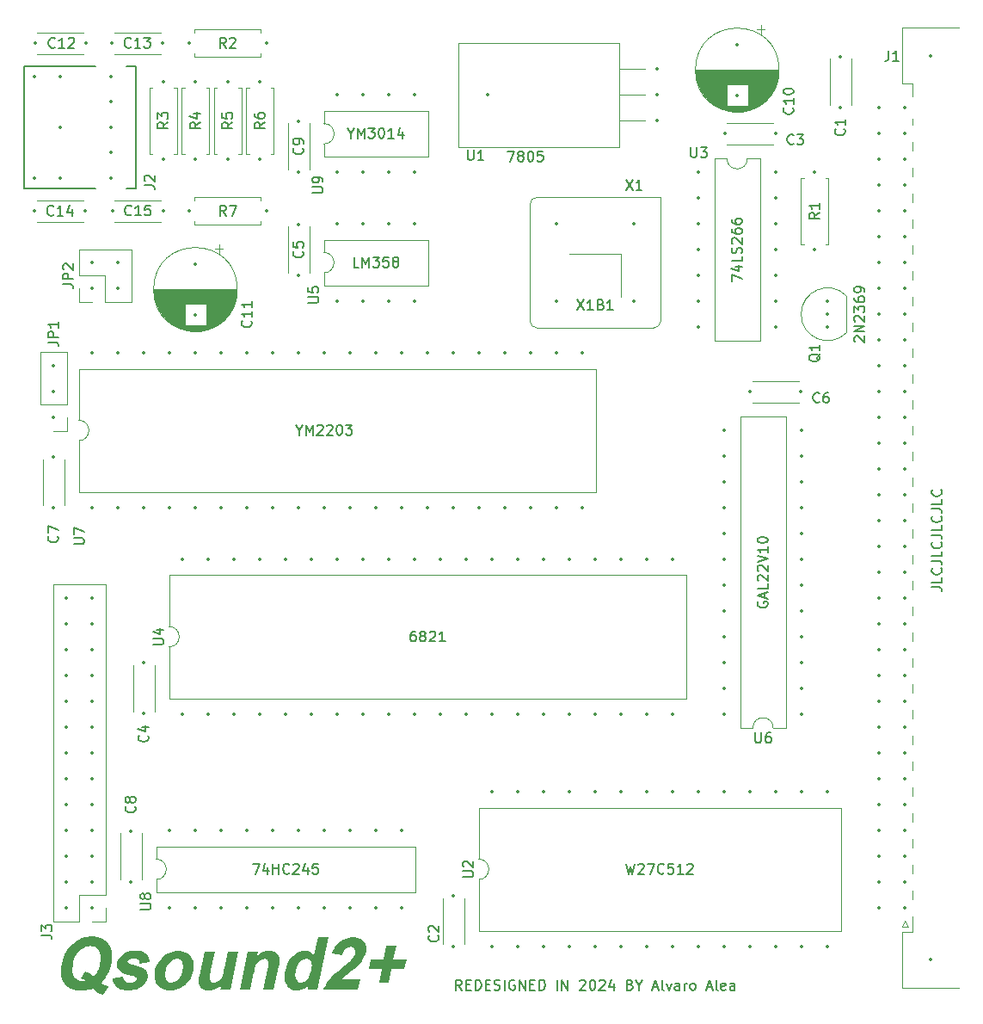
<source format=gbr>
%TF.GenerationSoftware,KiCad,Pcbnew,8.0.3+1*%
%TF.CreationDate,2024-06-17T20:37:02+02:00*%
%TF.ProjectId,qsound3,71736f75-6e64-4332-9e6b-696361645f70,0.1b*%
%TF.SameCoordinates,Original*%
%TF.FileFunction,Legend,Top*%
%TF.FilePolarity,Positive*%
%FSLAX46Y46*%
G04 Gerber Fmt 4.6, Leading zero omitted, Abs format (unit mm)*
G04 Created by KiCad (PCBNEW 8.0.3+1) date 2024-06-17 20:37:02*
%MOMM*%
%LPD*%
G01*
G04 APERTURE LIST*
%ADD10C,0.150000*%
%ADD11C,1.000000*%
%ADD12C,0.120000*%
%ADD13C,0.203200*%
%ADD14C,0.350000*%
G04 APERTURE END LIST*
D10*
X146877141Y-140154819D02*
X146543808Y-139678628D01*
X146305713Y-140154819D02*
X146305713Y-139154819D01*
X146305713Y-139154819D02*
X146686665Y-139154819D01*
X146686665Y-139154819D02*
X146781903Y-139202438D01*
X146781903Y-139202438D02*
X146829522Y-139250057D01*
X146829522Y-139250057D02*
X146877141Y-139345295D01*
X146877141Y-139345295D02*
X146877141Y-139488152D01*
X146877141Y-139488152D02*
X146829522Y-139583390D01*
X146829522Y-139583390D02*
X146781903Y-139631009D01*
X146781903Y-139631009D02*
X146686665Y-139678628D01*
X146686665Y-139678628D02*
X146305713Y-139678628D01*
X147305713Y-139631009D02*
X147639046Y-139631009D01*
X147781903Y-140154819D02*
X147305713Y-140154819D01*
X147305713Y-140154819D02*
X147305713Y-139154819D01*
X147305713Y-139154819D02*
X147781903Y-139154819D01*
X148210475Y-140154819D02*
X148210475Y-139154819D01*
X148210475Y-139154819D02*
X148448570Y-139154819D01*
X148448570Y-139154819D02*
X148591427Y-139202438D01*
X148591427Y-139202438D02*
X148686665Y-139297676D01*
X148686665Y-139297676D02*
X148734284Y-139392914D01*
X148734284Y-139392914D02*
X148781903Y-139583390D01*
X148781903Y-139583390D02*
X148781903Y-139726247D01*
X148781903Y-139726247D02*
X148734284Y-139916723D01*
X148734284Y-139916723D02*
X148686665Y-140011961D01*
X148686665Y-140011961D02*
X148591427Y-140107200D01*
X148591427Y-140107200D02*
X148448570Y-140154819D01*
X148448570Y-140154819D02*
X148210475Y-140154819D01*
X149210475Y-139631009D02*
X149543808Y-139631009D01*
X149686665Y-140154819D02*
X149210475Y-140154819D01*
X149210475Y-140154819D02*
X149210475Y-139154819D01*
X149210475Y-139154819D02*
X149686665Y-139154819D01*
X150067618Y-140107200D02*
X150210475Y-140154819D01*
X150210475Y-140154819D02*
X150448570Y-140154819D01*
X150448570Y-140154819D02*
X150543808Y-140107200D01*
X150543808Y-140107200D02*
X150591427Y-140059580D01*
X150591427Y-140059580D02*
X150639046Y-139964342D01*
X150639046Y-139964342D02*
X150639046Y-139869104D01*
X150639046Y-139869104D02*
X150591427Y-139773866D01*
X150591427Y-139773866D02*
X150543808Y-139726247D01*
X150543808Y-139726247D02*
X150448570Y-139678628D01*
X150448570Y-139678628D02*
X150258094Y-139631009D01*
X150258094Y-139631009D02*
X150162856Y-139583390D01*
X150162856Y-139583390D02*
X150115237Y-139535771D01*
X150115237Y-139535771D02*
X150067618Y-139440533D01*
X150067618Y-139440533D02*
X150067618Y-139345295D01*
X150067618Y-139345295D02*
X150115237Y-139250057D01*
X150115237Y-139250057D02*
X150162856Y-139202438D01*
X150162856Y-139202438D02*
X150258094Y-139154819D01*
X150258094Y-139154819D02*
X150496189Y-139154819D01*
X150496189Y-139154819D02*
X150639046Y-139202438D01*
X151067618Y-140154819D02*
X151067618Y-139154819D01*
X152067617Y-139202438D02*
X151972379Y-139154819D01*
X151972379Y-139154819D02*
X151829522Y-139154819D01*
X151829522Y-139154819D02*
X151686665Y-139202438D01*
X151686665Y-139202438D02*
X151591427Y-139297676D01*
X151591427Y-139297676D02*
X151543808Y-139392914D01*
X151543808Y-139392914D02*
X151496189Y-139583390D01*
X151496189Y-139583390D02*
X151496189Y-139726247D01*
X151496189Y-139726247D02*
X151543808Y-139916723D01*
X151543808Y-139916723D02*
X151591427Y-140011961D01*
X151591427Y-140011961D02*
X151686665Y-140107200D01*
X151686665Y-140107200D02*
X151829522Y-140154819D01*
X151829522Y-140154819D02*
X151924760Y-140154819D01*
X151924760Y-140154819D02*
X152067617Y-140107200D01*
X152067617Y-140107200D02*
X152115236Y-140059580D01*
X152115236Y-140059580D02*
X152115236Y-139726247D01*
X152115236Y-139726247D02*
X151924760Y-139726247D01*
X152543808Y-140154819D02*
X152543808Y-139154819D01*
X152543808Y-139154819D02*
X153115236Y-140154819D01*
X153115236Y-140154819D02*
X153115236Y-139154819D01*
X153591427Y-139631009D02*
X153924760Y-139631009D01*
X154067617Y-140154819D02*
X153591427Y-140154819D01*
X153591427Y-140154819D02*
X153591427Y-139154819D01*
X153591427Y-139154819D02*
X154067617Y-139154819D01*
X154496189Y-140154819D02*
X154496189Y-139154819D01*
X154496189Y-139154819D02*
X154734284Y-139154819D01*
X154734284Y-139154819D02*
X154877141Y-139202438D01*
X154877141Y-139202438D02*
X154972379Y-139297676D01*
X154972379Y-139297676D02*
X155019998Y-139392914D01*
X155019998Y-139392914D02*
X155067617Y-139583390D01*
X155067617Y-139583390D02*
X155067617Y-139726247D01*
X155067617Y-139726247D02*
X155019998Y-139916723D01*
X155019998Y-139916723D02*
X154972379Y-140011961D01*
X154972379Y-140011961D02*
X154877141Y-140107200D01*
X154877141Y-140107200D02*
X154734284Y-140154819D01*
X154734284Y-140154819D02*
X154496189Y-140154819D01*
X156258094Y-140154819D02*
X156258094Y-139154819D01*
X156734284Y-140154819D02*
X156734284Y-139154819D01*
X156734284Y-139154819D02*
X157305712Y-140154819D01*
X157305712Y-140154819D02*
X157305712Y-139154819D01*
X158496189Y-139250057D02*
X158543808Y-139202438D01*
X158543808Y-139202438D02*
X158639046Y-139154819D01*
X158639046Y-139154819D02*
X158877141Y-139154819D01*
X158877141Y-139154819D02*
X158972379Y-139202438D01*
X158972379Y-139202438D02*
X159019998Y-139250057D01*
X159019998Y-139250057D02*
X159067617Y-139345295D01*
X159067617Y-139345295D02*
X159067617Y-139440533D01*
X159067617Y-139440533D02*
X159019998Y-139583390D01*
X159019998Y-139583390D02*
X158448570Y-140154819D01*
X158448570Y-140154819D02*
X159067617Y-140154819D01*
X159686665Y-139154819D02*
X159781903Y-139154819D01*
X159781903Y-139154819D02*
X159877141Y-139202438D01*
X159877141Y-139202438D02*
X159924760Y-139250057D01*
X159924760Y-139250057D02*
X159972379Y-139345295D01*
X159972379Y-139345295D02*
X160019998Y-139535771D01*
X160019998Y-139535771D02*
X160019998Y-139773866D01*
X160019998Y-139773866D02*
X159972379Y-139964342D01*
X159972379Y-139964342D02*
X159924760Y-140059580D01*
X159924760Y-140059580D02*
X159877141Y-140107200D01*
X159877141Y-140107200D02*
X159781903Y-140154819D01*
X159781903Y-140154819D02*
X159686665Y-140154819D01*
X159686665Y-140154819D02*
X159591427Y-140107200D01*
X159591427Y-140107200D02*
X159543808Y-140059580D01*
X159543808Y-140059580D02*
X159496189Y-139964342D01*
X159496189Y-139964342D02*
X159448570Y-139773866D01*
X159448570Y-139773866D02*
X159448570Y-139535771D01*
X159448570Y-139535771D02*
X159496189Y-139345295D01*
X159496189Y-139345295D02*
X159543808Y-139250057D01*
X159543808Y-139250057D02*
X159591427Y-139202438D01*
X159591427Y-139202438D02*
X159686665Y-139154819D01*
X160400951Y-139250057D02*
X160448570Y-139202438D01*
X160448570Y-139202438D02*
X160543808Y-139154819D01*
X160543808Y-139154819D02*
X160781903Y-139154819D01*
X160781903Y-139154819D02*
X160877141Y-139202438D01*
X160877141Y-139202438D02*
X160924760Y-139250057D01*
X160924760Y-139250057D02*
X160972379Y-139345295D01*
X160972379Y-139345295D02*
X160972379Y-139440533D01*
X160972379Y-139440533D02*
X160924760Y-139583390D01*
X160924760Y-139583390D02*
X160353332Y-140154819D01*
X160353332Y-140154819D02*
X160972379Y-140154819D01*
X161829522Y-139488152D02*
X161829522Y-140154819D01*
X161591427Y-139107200D02*
X161353332Y-139821485D01*
X161353332Y-139821485D02*
X161972379Y-139821485D01*
X163448570Y-139631009D02*
X163591427Y-139678628D01*
X163591427Y-139678628D02*
X163639046Y-139726247D01*
X163639046Y-139726247D02*
X163686665Y-139821485D01*
X163686665Y-139821485D02*
X163686665Y-139964342D01*
X163686665Y-139964342D02*
X163639046Y-140059580D01*
X163639046Y-140059580D02*
X163591427Y-140107200D01*
X163591427Y-140107200D02*
X163496189Y-140154819D01*
X163496189Y-140154819D02*
X163115237Y-140154819D01*
X163115237Y-140154819D02*
X163115237Y-139154819D01*
X163115237Y-139154819D02*
X163448570Y-139154819D01*
X163448570Y-139154819D02*
X163543808Y-139202438D01*
X163543808Y-139202438D02*
X163591427Y-139250057D01*
X163591427Y-139250057D02*
X163639046Y-139345295D01*
X163639046Y-139345295D02*
X163639046Y-139440533D01*
X163639046Y-139440533D02*
X163591427Y-139535771D01*
X163591427Y-139535771D02*
X163543808Y-139583390D01*
X163543808Y-139583390D02*
X163448570Y-139631009D01*
X163448570Y-139631009D02*
X163115237Y-139631009D01*
X164305713Y-139678628D02*
X164305713Y-140154819D01*
X163972380Y-139154819D02*
X164305713Y-139678628D01*
X164305713Y-139678628D02*
X164639046Y-139154819D01*
X165686666Y-139869104D02*
X166162856Y-139869104D01*
X165591428Y-140154819D02*
X165924761Y-139154819D01*
X165924761Y-139154819D02*
X166258094Y-140154819D01*
X166734285Y-140154819D02*
X166639047Y-140107200D01*
X166639047Y-140107200D02*
X166591428Y-140011961D01*
X166591428Y-140011961D02*
X166591428Y-139154819D01*
X167020000Y-139488152D02*
X167258095Y-140154819D01*
X167258095Y-140154819D02*
X167496190Y-139488152D01*
X168305714Y-140154819D02*
X168305714Y-139631009D01*
X168305714Y-139631009D02*
X168258095Y-139535771D01*
X168258095Y-139535771D02*
X168162857Y-139488152D01*
X168162857Y-139488152D02*
X167972381Y-139488152D01*
X167972381Y-139488152D02*
X167877143Y-139535771D01*
X168305714Y-140107200D02*
X168210476Y-140154819D01*
X168210476Y-140154819D02*
X167972381Y-140154819D01*
X167972381Y-140154819D02*
X167877143Y-140107200D01*
X167877143Y-140107200D02*
X167829524Y-140011961D01*
X167829524Y-140011961D02*
X167829524Y-139916723D01*
X167829524Y-139916723D02*
X167877143Y-139821485D01*
X167877143Y-139821485D02*
X167972381Y-139773866D01*
X167972381Y-139773866D02*
X168210476Y-139773866D01*
X168210476Y-139773866D02*
X168305714Y-139726247D01*
X168781905Y-140154819D02*
X168781905Y-139488152D01*
X168781905Y-139678628D02*
X168829524Y-139583390D01*
X168829524Y-139583390D02*
X168877143Y-139535771D01*
X168877143Y-139535771D02*
X168972381Y-139488152D01*
X168972381Y-139488152D02*
X169067619Y-139488152D01*
X169543810Y-140154819D02*
X169448572Y-140107200D01*
X169448572Y-140107200D02*
X169400953Y-140059580D01*
X169400953Y-140059580D02*
X169353334Y-139964342D01*
X169353334Y-139964342D02*
X169353334Y-139678628D01*
X169353334Y-139678628D02*
X169400953Y-139583390D01*
X169400953Y-139583390D02*
X169448572Y-139535771D01*
X169448572Y-139535771D02*
X169543810Y-139488152D01*
X169543810Y-139488152D02*
X169686667Y-139488152D01*
X169686667Y-139488152D02*
X169781905Y-139535771D01*
X169781905Y-139535771D02*
X169829524Y-139583390D01*
X169829524Y-139583390D02*
X169877143Y-139678628D01*
X169877143Y-139678628D02*
X169877143Y-139964342D01*
X169877143Y-139964342D02*
X169829524Y-140059580D01*
X169829524Y-140059580D02*
X169781905Y-140107200D01*
X169781905Y-140107200D02*
X169686667Y-140154819D01*
X169686667Y-140154819D02*
X169543810Y-140154819D01*
X171020001Y-139869104D02*
X171496191Y-139869104D01*
X170924763Y-140154819D02*
X171258096Y-139154819D01*
X171258096Y-139154819D02*
X171591429Y-140154819D01*
X172067620Y-140154819D02*
X171972382Y-140107200D01*
X171972382Y-140107200D02*
X171924763Y-140011961D01*
X171924763Y-140011961D02*
X171924763Y-139154819D01*
X172829525Y-140107200D02*
X172734287Y-140154819D01*
X172734287Y-140154819D02*
X172543811Y-140154819D01*
X172543811Y-140154819D02*
X172448573Y-140107200D01*
X172448573Y-140107200D02*
X172400954Y-140011961D01*
X172400954Y-140011961D02*
X172400954Y-139631009D01*
X172400954Y-139631009D02*
X172448573Y-139535771D01*
X172448573Y-139535771D02*
X172543811Y-139488152D01*
X172543811Y-139488152D02*
X172734287Y-139488152D01*
X172734287Y-139488152D02*
X172829525Y-139535771D01*
X172829525Y-139535771D02*
X172877144Y-139631009D01*
X172877144Y-139631009D02*
X172877144Y-139726247D01*
X172877144Y-139726247D02*
X172400954Y-139821485D01*
X173734287Y-140154819D02*
X173734287Y-139631009D01*
X173734287Y-139631009D02*
X173686668Y-139535771D01*
X173686668Y-139535771D02*
X173591430Y-139488152D01*
X173591430Y-139488152D02*
X173400954Y-139488152D01*
X173400954Y-139488152D02*
X173305716Y-139535771D01*
X173734287Y-140107200D02*
X173639049Y-140154819D01*
X173639049Y-140154819D02*
X173400954Y-140154819D01*
X173400954Y-140154819D02*
X173305716Y-140107200D01*
X173305716Y-140107200D02*
X173258097Y-140011961D01*
X173258097Y-140011961D02*
X173258097Y-139916723D01*
X173258097Y-139916723D02*
X173305716Y-139821485D01*
X173305716Y-139821485D02*
X173400954Y-139773866D01*
X173400954Y-139773866D02*
X173639049Y-139773866D01*
X173639049Y-139773866D02*
X173734287Y-139726247D01*
D11*
G36*
X110755802Y-134894424D02*
G01*
X111006151Y-134927397D01*
X111292468Y-134999525D01*
X111549210Y-135105999D01*
X111776375Y-135246820D01*
X111973963Y-135421988D01*
X112110739Y-135586852D01*
X112251066Y-135819765D01*
X112353766Y-136079631D01*
X112418839Y-136366450D01*
X112443808Y-136615310D01*
X112444695Y-136881420D01*
X112421501Y-137164780D01*
X112374227Y-137465390D01*
X112358646Y-137543237D01*
X112302203Y-137784995D01*
X112223329Y-138053046D01*
X112130431Y-138306019D01*
X112023508Y-138543916D01*
X111938548Y-138704612D01*
X111806914Y-138916553D01*
X111655188Y-139119606D01*
X111483369Y-139313772D01*
X111379232Y-139417801D01*
X111586636Y-139572770D01*
X111808744Y-139701379D01*
X112035968Y-139807135D01*
X112089979Y-139829351D01*
X111530662Y-140595052D01*
X111300158Y-140512315D01*
X111092247Y-140408206D01*
X110894023Y-140263263D01*
X110683339Y-140102693D01*
X110534152Y-139988108D01*
X110271514Y-140080005D01*
X110033567Y-140138876D01*
X109788023Y-140177645D01*
X109534882Y-140196311D01*
X109424068Y-140198157D01*
X109145307Y-140187185D01*
X108886657Y-140154270D01*
X108648120Y-140099411D01*
X108378230Y-139999978D01*
X108139766Y-139866259D01*
X107932726Y-139698252D01*
X107757110Y-139495959D01*
X107616432Y-139262545D01*
X107513440Y-139001940D01*
X107448134Y-138714143D01*
X107423022Y-138464329D01*
X107422030Y-138197112D01*
X107431182Y-138084475D01*
X108540976Y-138084475D01*
X108547874Y-138338383D01*
X108596619Y-138594779D01*
X108705994Y-138835282D01*
X108883459Y-139040718D01*
X109105360Y-139178920D01*
X109371696Y-139249889D01*
X109538862Y-139260265D01*
X109783286Y-139241217D01*
X109866147Y-139219965D01*
X109637170Y-139112498D01*
X109396273Y-139028778D01*
X109333698Y-139009916D01*
X109789211Y-138313824D01*
X110026279Y-138411979D01*
X110246556Y-138526926D01*
X110474295Y-138676312D01*
X110636734Y-138807194D01*
X110798747Y-138622328D01*
X110934703Y-138415905D01*
X111007983Y-138279630D01*
X111110845Y-138044061D01*
X111189079Y-137810122D01*
X111252763Y-137557340D01*
X111258332Y-137531025D01*
X111303340Y-137270629D01*
X111328070Y-136987040D01*
X111320857Y-136734964D01*
X111272070Y-136480705D01*
X111163077Y-136242644D01*
X110983787Y-136038979D01*
X110755039Y-135901968D01*
X110510185Y-135836137D01*
X110300900Y-135821325D01*
X110048143Y-135841720D01*
X109808125Y-135902903D01*
X109580847Y-136004876D01*
X109366308Y-136147638D01*
X109249434Y-136247529D01*
X109061985Y-136454914D01*
X108922709Y-136665974D01*
X108803183Y-136907774D01*
X108703406Y-137180315D01*
X108635345Y-137430914D01*
X108611960Y-137537131D01*
X108566278Y-137799054D01*
X108540976Y-138084475D01*
X107431182Y-138084475D01*
X107445157Y-137912493D01*
X107492403Y-137610471D01*
X107507983Y-137532247D01*
X107581427Y-137227954D01*
X107671702Y-136940950D01*
X107778806Y-136671233D01*
X107902740Y-136418804D01*
X108043504Y-136183663D01*
X108201098Y-135965810D01*
X108375522Y-135765245D01*
X108566775Y-135581967D01*
X108771482Y-135418248D01*
X108986263Y-135276359D01*
X109211119Y-135156298D01*
X109446050Y-135058066D01*
X109691056Y-134981664D01*
X109946137Y-134927091D01*
X110211293Y-134894347D01*
X110486524Y-134883433D01*
X110755802Y-134894424D01*
G37*
G36*
X112492979Y-139031898D02*
G01*
X113551772Y-138863370D01*
X113592072Y-139117383D01*
X113700760Y-139288353D01*
X113932428Y-139395418D01*
X114162379Y-139416580D01*
X114406870Y-139398033D01*
X114653075Y-139322685D01*
X114720474Y-139284689D01*
X114872210Y-139087406D01*
X114881674Y-139051437D01*
X114860914Y-138902449D01*
X114629954Y-138799420D01*
X114589804Y-138788876D01*
X114328617Y-138724495D01*
X114038626Y-138645844D01*
X113789184Y-138569220D01*
X113543376Y-138479947D01*
X113306461Y-138365458D01*
X113226929Y-138310160D01*
X113052416Y-138115372D01*
X112956149Y-137882716D01*
X112938127Y-137612193D01*
X112961926Y-137445540D01*
X113034053Y-137210533D01*
X113166471Y-136969688D01*
X113329751Y-136776526D01*
X113507808Y-136623663D01*
X113718474Y-136493758D01*
X113961513Y-136395759D01*
X114236927Y-136329667D01*
X114498763Y-136298411D01*
X114735129Y-136290272D01*
X115000156Y-136299631D01*
X115270828Y-136334209D01*
X115529363Y-136404925D01*
X115755439Y-136524258D01*
X115796364Y-136556496D01*
X115965736Y-136751151D01*
X116071062Y-136974673D01*
X116131759Y-137243983D01*
X116144410Y-137378374D01*
X115143014Y-137548122D01*
X115095101Y-137306966D01*
X115008681Y-137182979D01*
X114779474Y-137084980D01*
X114605680Y-137071849D01*
X114360846Y-137085931D01*
X114116145Y-137148518D01*
X114069567Y-137171988D01*
X113938897Y-137342958D01*
X113985303Y-137480956D01*
X114214961Y-137584461D01*
X114483101Y-137664596D01*
X114759240Y-137736273D01*
X114803517Y-137747180D01*
X115056852Y-137815802D01*
X115310953Y-137903783D01*
X115546685Y-138014780D01*
X115759348Y-138169197D01*
X115775603Y-138185596D01*
X115909635Y-138397788D01*
X115959105Y-138659909D01*
X115936683Y-138911509D01*
X115930697Y-138941528D01*
X115853227Y-139190198D01*
X115727060Y-139420854D01*
X115552197Y-139633498D01*
X115359247Y-139804786D01*
X115328639Y-139828129D01*
X115096410Y-139972310D01*
X114833560Y-140081078D01*
X114583889Y-140146122D01*
X114311720Y-140185148D01*
X114067728Y-140197796D01*
X114017055Y-140198157D01*
X113751083Y-140187467D01*
X113473449Y-140147972D01*
X113230993Y-140079375D01*
X112996978Y-139965344D01*
X112897201Y-139894075D01*
X112713651Y-139702936D01*
X112584775Y-139471611D01*
X112516120Y-139232253D01*
X112492979Y-139031898D01*
G37*
G36*
X119196145Y-136303808D02*
G01*
X119468400Y-136355786D01*
X119711631Y-136446747D01*
X119925840Y-136576692D01*
X120111026Y-136745620D01*
X120192735Y-136844703D01*
X120328075Y-137062790D01*
X120421770Y-137301227D01*
X120473819Y-137560015D01*
X120484224Y-137839153D01*
X120461081Y-138087313D01*
X120433314Y-138242993D01*
X120367203Y-138499341D01*
X120278015Y-138741735D01*
X120165750Y-138970176D01*
X120030409Y-139184664D01*
X119871991Y-139385198D01*
X119690496Y-139571779D01*
X119611437Y-139642505D01*
X119405620Y-139802580D01*
X119191931Y-139935525D01*
X118970371Y-140041337D01*
X118694110Y-140132499D01*
X118406514Y-140184591D01*
X118158192Y-140198157D01*
X117913033Y-140183579D01*
X117651097Y-140132327D01*
X117403844Y-140044174D01*
X117247166Y-139964905D01*
X117038006Y-139815819D01*
X116870770Y-139632344D01*
X116745458Y-139414479D01*
X116693956Y-139278583D01*
X116635417Y-139009348D01*
X116622230Y-138782463D01*
X117674880Y-138782463D01*
X117727831Y-139021602D01*
X117775952Y-139121046D01*
X117947842Y-139312393D01*
X118175761Y-139406190D01*
X118299853Y-139416580D01*
X118557854Y-139374162D01*
X118782587Y-139260752D01*
X118958087Y-139114940D01*
X119115824Y-138922363D01*
X119244195Y-138685349D01*
X119333649Y-138437367D01*
X119385512Y-138228339D01*
X119425812Y-137963030D01*
X119427358Y-137704700D01*
X119366278Y-137446685D01*
X119326894Y-137368604D01*
X119155795Y-137176467D01*
X118928263Y-137082282D01*
X118804214Y-137071849D01*
X118545870Y-137114439D01*
X118320219Y-137228307D01*
X118143538Y-137374710D01*
X117985897Y-137566117D01*
X117857816Y-137800995D01*
X117768782Y-138046268D01*
X117717334Y-138252763D01*
X117676576Y-138521354D01*
X117674880Y-138782463D01*
X116622230Y-138782463D01*
X116620037Y-138744726D01*
X116634880Y-138493647D01*
X116676137Y-138224336D01*
X116684187Y-138184375D01*
X116749750Y-137940895D01*
X116843860Y-137701385D01*
X116966516Y-137465843D01*
X117117718Y-137234270D01*
X117292657Y-137018268D01*
X117486524Y-136829438D01*
X117699321Y-136667780D01*
X117931046Y-136533293D01*
X118175900Y-136426971D01*
X118426859Y-136351027D01*
X118683925Y-136305461D01*
X118947096Y-136290272D01*
X119196145Y-136303808D01*
G37*
G36*
X123122428Y-140120000D02*
G01*
X123215240Y-139673035D01*
X123019500Y-139843570D01*
X122800311Y-139974974D01*
X122692561Y-140028408D01*
X122445434Y-140125053D01*
X122197730Y-140181580D01*
X121972044Y-140198157D01*
X121709464Y-140174286D01*
X121458723Y-140094551D01*
X121338234Y-140028408D01*
X121145191Y-139853932D01*
X121025546Y-139627564D01*
X121004842Y-139553356D01*
X120977880Y-139292551D01*
X120993980Y-139027986D01*
X121032105Y-138785422D01*
X121045143Y-138720488D01*
X121533628Y-136368429D01*
X122557006Y-136368429D01*
X122193084Y-138122093D01*
X122138816Y-138391886D01*
X122091132Y-138652381D01*
X122054552Y-138901438D01*
X122046538Y-139064870D01*
X122134734Y-139292975D01*
X122164996Y-139323768D01*
X122396125Y-139413317D01*
X122466636Y-139416580D01*
X122720114Y-139374849D01*
X122908715Y-139284689D01*
X123104239Y-139125335D01*
X123228674Y-138954961D01*
X123318834Y-138722949D01*
X123387527Y-138475348D01*
X123453269Y-138197714D01*
X123503447Y-137964556D01*
X123834396Y-136368429D01*
X124857773Y-136368429D01*
X124078639Y-140120000D01*
X123122428Y-140120000D01*
G37*
G36*
X128373649Y-140120000D02*
G01*
X127350272Y-140120000D01*
X127754494Y-138177048D01*
X127801502Y-137936888D01*
X127841505Y-137688562D01*
X127858034Y-137437450D01*
X127855854Y-137415010D01*
X127759641Y-137189191D01*
X127728848Y-137159776D01*
X127490826Y-137073223D01*
X127447969Y-137071849D01*
X127203403Y-137109761D01*
X126997341Y-137206182D01*
X126807137Y-137362192D01*
X126666392Y-137563998D01*
X126569912Y-137811468D01*
X126500521Y-138058828D01*
X126437056Y-138330930D01*
X126420928Y-138406636D01*
X126065554Y-140120000D01*
X125042177Y-140120000D01*
X125821311Y-136368429D01*
X126777522Y-136368429D01*
X126684710Y-136820279D01*
X126884149Y-136640159D01*
X127098702Y-136497306D01*
X127328366Y-136391718D01*
X127573143Y-136323397D01*
X127833033Y-136292342D01*
X127923021Y-136290272D01*
X128171871Y-136310225D01*
X128410561Y-136376342D01*
X128488443Y-136411172D01*
X128695744Y-136549169D01*
X128831605Y-136721360D01*
X128917959Y-136962069D01*
X128937850Y-137145122D01*
X128922376Y-137407873D01*
X128884083Y-137655131D01*
X128853586Y-137809462D01*
X128373649Y-140120000D01*
G37*
G36*
X132674766Y-140120000D02*
G01*
X131718555Y-140120000D01*
X131810146Y-139677920D01*
X131613965Y-139852029D01*
X131402275Y-139984149D01*
X131281360Y-140044284D01*
X131033091Y-140138051D01*
X130792035Y-140188540D01*
X130635338Y-140198157D01*
X130371002Y-140173088D01*
X130134716Y-140097879D01*
X129899022Y-139950532D01*
X129722843Y-139767883D01*
X129655924Y-139674256D01*
X129531445Y-139425290D01*
X129465585Y-139181285D01*
X129437421Y-138909031D01*
X129441913Y-138699422D01*
X130487266Y-138699422D01*
X130504018Y-138956243D01*
X130529092Y-139046552D01*
X130665792Y-139272038D01*
X130892952Y-139398874D01*
X131049330Y-139416580D01*
X131295528Y-139369216D01*
X131514202Y-139241418D01*
X131637955Y-139129595D01*
X131797881Y-138921607D01*
X131915100Y-138685473D01*
X131998047Y-138436651D01*
X132039734Y-138262533D01*
X132084297Y-137998673D01*
X132101737Y-137740481D01*
X132073306Y-137482786D01*
X132020195Y-137345401D01*
X131854968Y-137158402D01*
X131624293Y-137076123D01*
X131546364Y-137071849D01*
X131293452Y-137117600D01*
X131072517Y-137241048D01*
X130949190Y-137349064D01*
X130791792Y-137549110D01*
X130677256Y-137776259D01*
X130597019Y-138015636D01*
X130557180Y-138183154D01*
X130512843Y-138429833D01*
X130487266Y-138699422D01*
X129441913Y-138699422D01*
X129442746Y-138660572D01*
X129474248Y-138392495D01*
X129505715Y-138222233D01*
X129575475Y-137938235D01*
X129661873Y-137676240D01*
X129764907Y-137436249D01*
X129884577Y-137218261D01*
X130050143Y-136985720D01*
X130239665Y-136784863D01*
X130446088Y-136616780D01*
X130661441Y-136483472D01*
X130885725Y-136384940D01*
X131158676Y-136313939D01*
X131402308Y-136290755D01*
X131443782Y-136290272D01*
X131698943Y-136311660D01*
X131952059Y-136388482D01*
X132164111Y-136521174D01*
X132335100Y-136709737D01*
X132353586Y-136737236D01*
X132723614Y-134961591D01*
X133746992Y-134961591D01*
X132674766Y-140120000D01*
G37*
G36*
X136874521Y-139103949D02*
G01*
X136663251Y-140120000D01*
X133268276Y-140120000D01*
X133354804Y-139879314D01*
X133459448Y-139648797D01*
X133582208Y-139428448D01*
X133723083Y-139218266D01*
X133811716Y-139102728D01*
X134000050Y-138888940D01*
X134206130Y-138683462D01*
X134409348Y-138496553D01*
X134641188Y-138295392D01*
X134847268Y-138124203D01*
X135071666Y-137943892D01*
X135130628Y-137897390D01*
X135354370Y-137719139D01*
X135550086Y-137559910D01*
X135747951Y-137393944D01*
X135948994Y-137215265D01*
X136078290Y-137085282D01*
X136227054Y-136887455D01*
X136344820Y-136656636D01*
X136386036Y-136516196D01*
X136404515Y-136265072D01*
X136326196Y-136057020D01*
X136112007Y-135921637D01*
X135924417Y-135899483D01*
X135678266Y-135937318D01*
X135453562Y-136061081D01*
X135440816Y-136071674D01*
X135279329Y-136273766D01*
X135174749Y-136504704D01*
X135118415Y-136684724D01*
X134117020Y-136580921D01*
X134208384Y-136316911D01*
X134312271Y-136078243D01*
X134453464Y-135825294D01*
X134612690Y-135608839D01*
X134789947Y-135428877D01*
X134918136Y-135329176D01*
X135157085Y-135185947D01*
X135410176Y-135077897D01*
X135677408Y-135005026D01*
X135958783Y-134967334D01*
X136125917Y-134961591D01*
X136392018Y-134976145D01*
X136666655Y-135029915D01*
X136902724Y-135123306D01*
X137125290Y-135278553D01*
X137217683Y-135375582D01*
X137360870Y-135595095D01*
X137444829Y-135839644D01*
X137469558Y-136109227D01*
X137442610Y-136365648D01*
X137435059Y-136403845D01*
X137365793Y-136658239D01*
X137264241Y-136903016D01*
X137178604Y-137060858D01*
X137033671Y-137277431D01*
X136871860Y-137480077D01*
X136701758Y-137667148D01*
X136660809Y-137709323D01*
X136472598Y-137886606D01*
X136263437Y-138065574D01*
X136066429Y-138225875D01*
X135907320Y-138351681D01*
X135692363Y-138520489D01*
X135492065Y-138680640D01*
X135295668Y-138843769D01*
X135227103Y-138904891D01*
X135053834Y-139077603D01*
X135031709Y-139103949D01*
X136874521Y-139103949D01*
G37*
G36*
X138718555Y-139416580D02*
G01*
X138994549Y-138087899D01*
X137704947Y-138087899D01*
X137899120Y-137150006D01*
X139188722Y-137150006D01*
X139465938Y-135821325D01*
X140405052Y-135821325D01*
X140127836Y-137150006D01*
X141422323Y-137150006D01*
X141228150Y-138087899D01*
X139933663Y-138087899D01*
X139657669Y-139416580D01*
X138718555Y-139416580D01*
G37*
D10*
X193129819Y-100504048D02*
X193844104Y-100504048D01*
X193844104Y-100504048D02*
X193986961Y-100551667D01*
X193986961Y-100551667D02*
X194082200Y-100646905D01*
X194082200Y-100646905D02*
X194129819Y-100789762D01*
X194129819Y-100789762D02*
X194129819Y-100885000D01*
X194129819Y-99551667D02*
X194129819Y-100027857D01*
X194129819Y-100027857D02*
X193129819Y-100027857D01*
X194034580Y-98646905D02*
X194082200Y-98694524D01*
X194082200Y-98694524D02*
X194129819Y-98837381D01*
X194129819Y-98837381D02*
X194129819Y-98932619D01*
X194129819Y-98932619D02*
X194082200Y-99075476D01*
X194082200Y-99075476D02*
X193986961Y-99170714D01*
X193986961Y-99170714D02*
X193891723Y-99218333D01*
X193891723Y-99218333D02*
X193701247Y-99265952D01*
X193701247Y-99265952D02*
X193558390Y-99265952D01*
X193558390Y-99265952D02*
X193367914Y-99218333D01*
X193367914Y-99218333D02*
X193272676Y-99170714D01*
X193272676Y-99170714D02*
X193177438Y-99075476D01*
X193177438Y-99075476D02*
X193129819Y-98932619D01*
X193129819Y-98932619D02*
X193129819Y-98837381D01*
X193129819Y-98837381D02*
X193177438Y-98694524D01*
X193177438Y-98694524D02*
X193225057Y-98646905D01*
X193129819Y-97932619D02*
X193844104Y-97932619D01*
X193844104Y-97932619D02*
X193986961Y-97980238D01*
X193986961Y-97980238D02*
X194082200Y-98075476D01*
X194082200Y-98075476D02*
X194129819Y-98218333D01*
X194129819Y-98218333D02*
X194129819Y-98313571D01*
X194129819Y-96980238D02*
X194129819Y-97456428D01*
X194129819Y-97456428D02*
X193129819Y-97456428D01*
X194034580Y-96075476D02*
X194082200Y-96123095D01*
X194082200Y-96123095D02*
X194129819Y-96265952D01*
X194129819Y-96265952D02*
X194129819Y-96361190D01*
X194129819Y-96361190D02*
X194082200Y-96504047D01*
X194082200Y-96504047D02*
X193986961Y-96599285D01*
X193986961Y-96599285D02*
X193891723Y-96646904D01*
X193891723Y-96646904D02*
X193701247Y-96694523D01*
X193701247Y-96694523D02*
X193558390Y-96694523D01*
X193558390Y-96694523D02*
X193367914Y-96646904D01*
X193367914Y-96646904D02*
X193272676Y-96599285D01*
X193272676Y-96599285D02*
X193177438Y-96504047D01*
X193177438Y-96504047D02*
X193129819Y-96361190D01*
X193129819Y-96361190D02*
X193129819Y-96265952D01*
X193129819Y-96265952D02*
X193177438Y-96123095D01*
X193177438Y-96123095D02*
X193225057Y-96075476D01*
X193129819Y-95361190D02*
X193844104Y-95361190D01*
X193844104Y-95361190D02*
X193986961Y-95408809D01*
X193986961Y-95408809D02*
X194082200Y-95504047D01*
X194082200Y-95504047D02*
X194129819Y-95646904D01*
X194129819Y-95646904D02*
X194129819Y-95742142D01*
X194129819Y-94408809D02*
X194129819Y-94884999D01*
X194129819Y-94884999D02*
X193129819Y-94884999D01*
X194034580Y-93504047D02*
X194082200Y-93551666D01*
X194082200Y-93551666D02*
X194129819Y-93694523D01*
X194129819Y-93694523D02*
X194129819Y-93789761D01*
X194129819Y-93789761D02*
X194082200Y-93932618D01*
X194082200Y-93932618D02*
X193986961Y-94027856D01*
X193986961Y-94027856D02*
X193891723Y-94075475D01*
X193891723Y-94075475D02*
X193701247Y-94123094D01*
X193701247Y-94123094D02*
X193558390Y-94123094D01*
X193558390Y-94123094D02*
X193367914Y-94075475D01*
X193367914Y-94075475D02*
X193272676Y-94027856D01*
X193272676Y-94027856D02*
X193177438Y-93932618D01*
X193177438Y-93932618D02*
X193129819Y-93789761D01*
X193129819Y-93789761D02*
X193129819Y-93694523D01*
X193129819Y-93694523D02*
X193177438Y-93551666D01*
X193177438Y-93551666D02*
X193225057Y-93504047D01*
X193129819Y-92789761D02*
X193844104Y-92789761D01*
X193844104Y-92789761D02*
X193986961Y-92837380D01*
X193986961Y-92837380D02*
X194082200Y-92932618D01*
X194082200Y-92932618D02*
X194129819Y-93075475D01*
X194129819Y-93075475D02*
X194129819Y-93170713D01*
X194129819Y-91837380D02*
X194129819Y-92313570D01*
X194129819Y-92313570D02*
X193129819Y-92313570D01*
X194034580Y-90932618D02*
X194082200Y-90980237D01*
X194082200Y-90980237D02*
X194129819Y-91123094D01*
X194129819Y-91123094D02*
X194129819Y-91218332D01*
X194129819Y-91218332D02*
X194082200Y-91361189D01*
X194082200Y-91361189D02*
X193986961Y-91456427D01*
X193986961Y-91456427D02*
X193891723Y-91504046D01*
X193891723Y-91504046D02*
X193701247Y-91551665D01*
X193701247Y-91551665D02*
X193558390Y-91551665D01*
X193558390Y-91551665D02*
X193367914Y-91504046D01*
X193367914Y-91504046D02*
X193272676Y-91456427D01*
X193272676Y-91456427D02*
X193177438Y-91361189D01*
X193177438Y-91361189D02*
X193129819Y-91218332D01*
X193129819Y-91218332D02*
X193129819Y-91123094D01*
X193129819Y-91123094D02*
X193177438Y-90980237D01*
X193177438Y-90980237D02*
X193225057Y-90932618D01*
X132169819Y-61721904D02*
X132979342Y-61721904D01*
X132979342Y-61721904D02*
X133074580Y-61674285D01*
X133074580Y-61674285D02*
X133122200Y-61626666D01*
X133122200Y-61626666D02*
X133169819Y-61531428D01*
X133169819Y-61531428D02*
X133169819Y-61340952D01*
X133169819Y-61340952D02*
X133122200Y-61245714D01*
X133122200Y-61245714D02*
X133074580Y-61198095D01*
X133074580Y-61198095D02*
X132979342Y-61150476D01*
X132979342Y-61150476D02*
X132169819Y-61150476D01*
X133169819Y-60626666D02*
X133169819Y-60436190D01*
X133169819Y-60436190D02*
X133122200Y-60340952D01*
X133122200Y-60340952D02*
X133074580Y-60293333D01*
X133074580Y-60293333D02*
X132931723Y-60198095D01*
X132931723Y-60198095D02*
X132741247Y-60150476D01*
X132741247Y-60150476D02*
X132360295Y-60150476D01*
X132360295Y-60150476D02*
X132265057Y-60198095D01*
X132265057Y-60198095D02*
X132217438Y-60245714D01*
X132217438Y-60245714D02*
X132169819Y-60340952D01*
X132169819Y-60340952D02*
X132169819Y-60531428D01*
X132169819Y-60531428D02*
X132217438Y-60626666D01*
X132217438Y-60626666D02*
X132265057Y-60674285D01*
X132265057Y-60674285D02*
X132360295Y-60721904D01*
X132360295Y-60721904D02*
X132598390Y-60721904D01*
X132598390Y-60721904D02*
X132693628Y-60674285D01*
X132693628Y-60674285D02*
X132741247Y-60626666D01*
X132741247Y-60626666D02*
X132788866Y-60531428D01*
X132788866Y-60531428D02*
X132788866Y-60340952D01*
X132788866Y-60340952D02*
X132741247Y-60245714D01*
X132741247Y-60245714D02*
X132693628Y-60198095D01*
X132693628Y-60198095D02*
X132598390Y-60150476D01*
X135953809Y-55858628D02*
X135953809Y-56334819D01*
X135620476Y-55334819D02*
X135953809Y-55858628D01*
X135953809Y-55858628D02*
X136287142Y-55334819D01*
X136620476Y-56334819D02*
X136620476Y-55334819D01*
X136620476Y-55334819D02*
X136953809Y-56049104D01*
X136953809Y-56049104D02*
X137287142Y-55334819D01*
X137287142Y-55334819D02*
X137287142Y-56334819D01*
X137668095Y-55334819D02*
X138287142Y-55334819D01*
X138287142Y-55334819D02*
X137953809Y-55715771D01*
X137953809Y-55715771D02*
X138096666Y-55715771D01*
X138096666Y-55715771D02*
X138191904Y-55763390D01*
X138191904Y-55763390D02*
X138239523Y-55811009D01*
X138239523Y-55811009D02*
X138287142Y-55906247D01*
X138287142Y-55906247D02*
X138287142Y-56144342D01*
X138287142Y-56144342D02*
X138239523Y-56239580D01*
X138239523Y-56239580D02*
X138191904Y-56287200D01*
X138191904Y-56287200D02*
X138096666Y-56334819D01*
X138096666Y-56334819D02*
X137810952Y-56334819D01*
X137810952Y-56334819D02*
X137715714Y-56287200D01*
X137715714Y-56287200D02*
X137668095Y-56239580D01*
X138906190Y-55334819D02*
X139001428Y-55334819D01*
X139001428Y-55334819D02*
X139096666Y-55382438D01*
X139096666Y-55382438D02*
X139144285Y-55430057D01*
X139144285Y-55430057D02*
X139191904Y-55525295D01*
X139191904Y-55525295D02*
X139239523Y-55715771D01*
X139239523Y-55715771D02*
X139239523Y-55953866D01*
X139239523Y-55953866D02*
X139191904Y-56144342D01*
X139191904Y-56144342D02*
X139144285Y-56239580D01*
X139144285Y-56239580D02*
X139096666Y-56287200D01*
X139096666Y-56287200D02*
X139001428Y-56334819D01*
X139001428Y-56334819D02*
X138906190Y-56334819D01*
X138906190Y-56334819D02*
X138810952Y-56287200D01*
X138810952Y-56287200D02*
X138763333Y-56239580D01*
X138763333Y-56239580D02*
X138715714Y-56144342D01*
X138715714Y-56144342D02*
X138668095Y-55953866D01*
X138668095Y-55953866D02*
X138668095Y-55715771D01*
X138668095Y-55715771D02*
X138715714Y-55525295D01*
X138715714Y-55525295D02*
X138763333Y-55430057D01*
X138763333Y-55430057D02*
X138810952Y-55382438D01*
X138810952Y-55382438D02*
X138906190Y-55334819D01*
X140191904Y-56334819D02*
X139620476Y-56334819D01*
X139906190Y-56334819D02*
X139906190Y-55334819D01*
X139906190Y-55334819D02*
X139810952Y-55477676D01*
X139810952Y-55477676D02*
X139715714Y-55572914D01*
X139715714Y-55572914D02*
X139620476Y-55620533D01*
X141049047Y-55668152D02*
X141049047Y-56334819D01*
X140810952Y-55287200D02*
X140572857Y-56001485D01*
X140572857Y-56001485D02*
X141191904Y-56001485D01*
X108674819Y-96265904D02*
X109484342Y-96265904D01*
X109484342Y-96265904D02*
X109579580Y-96218285D01*
X109579580Y-96218285D02*
X109627200Y-96170666D01*
X109627200Y-96170666D02*
X109674819Y-96075428D01*
X109674819Y-96075428D02*
X109674819Y-95884952D01*
X109674819Y-95884952D02*
X109627200Y-95789714D01*
X109627200Y-95789714D02*
X109579580Y-95742095D01*
X109579580Y-95742095D02*
X109484342Y-95694476D01*
X109484342Y-95694476D02*
X108674819Y-95694476D01*
X108674819Y-95313523D02*
X108674819Y-94646857D01*
X108674819Y-94646857D02*
X109674819Y-95075428D01*
X130873809Y-85068628D02*
X130873809Y-85544819D01*
X130540476Y-84544819D02*
X130873809Y-85068628D01*
X130873809Y-85068628D02*
X131207142Y-84544819D01*
X131540476Y-85544819D02*
X131540476Y-84544819D01*
X131540476Y-84544819D02*
X131873809Y-85259104D01*
X131873809Y-85259104D02*
X132207142Y-84544819D01*
X132207142Y-84544819D02*
X132207142Y-85544819D01*
X132635714Y-84640057D02*
X132683333Y-84592438D01*
X132683333Y-84592438D02*
X132778571Y-84544819D01*
X132778571Y-84544819D02*
X133016666Y-84544819D01*
X133016666Y-84544819D02*
X133111904Y-84592438D01*
X133111904Y-84592438D02*
X133159523Y-84640057D01*
X133159523Y-84640057D02*
X133207142Y-84735295D01*
X133207142Y-84735295D02*
X133207142Y-84830533D01*
X133207142Y-84830533D02*
X133159523Y-84973390D01*
X133159523Y-84973390D02*
X132588095Y-85544819D01*
X132588095Y-85544819D02*
X133207142Y-85544819D01*
X133588095Y-84640057D02*
X133635714Y-84592438D01*
X133635714Y-84592438D02*
X133730952Y-84544819D01*
X133730952Y-84544819D02*
X133969047Y-84544819D01*
X133969047Y-84544819D02*
X134064285Y-84592438D01*
X134064285Y-84592438D02*
X134111904Y-84640057D01*
X134111904Y-84640057D02*
X134159523Y-84735295D01*
X134159523Y-84735295D02*
X134159523Y-84830533D01*
X134159523Y-84830533D02*
X134111904Y-84973390D01*
X134111904Y-84973390D02*
X133540476Y-85544819D01*
X133540476Y-85544819D02*
X134159523Y-85544819D01*
X134778571Y-84544819D02*
X134873809Y-84544819D01*
X134873809Y-84544819D02*
X134969047Y-84592438D01*
X134969047Y-84592438D02*
X135016666Y-84640057D01*
X135016666Y-84640057D02*
X135064285Y-84735295D01*
X135064285Y-84735295D02*
X135111904Y-84925771D01*
X135111904Y-84925771D02*
X135111904Y-85163866D01*
X135111904Y-85163866D02*
X135064285Y-85354342D01*
X135064285Y-85354342D02*
X135016666Y-85449580D01*
X135016666Y-85449580D02*
X134969047Y-85497200D01*
X134969047Y-85497200D02*
X134873809Y-85544819D01*
X134873809Y-85544819D02*
X134778571Y-85544819D01*
X134778571Y-85544819D02*
X134683333Y-85497200D01*
X134683333Y-85497200D02*
X134635714Y-85449580D01*
X134635714Y-85449580D02*
X134588095Y-85354342D01*
X134588095Y-85354342D02*
X134540476Y-85163866D01*
X134540476Y-85163866D02*
X134540476Y-84925771D01*
X134540476Y-84925771D02*
X134588095Y-84735295D01*
X134588095Y-84735295D02*
X134635714Y-84640057D01*
X134635714Y-84640057D02*
X134683333Y-84592438D01*
X134683333Y-84592438D02*
X134778571Y-84544819D01*
X135445238Y-84544819D02*
X136064285Y-84544819D01*
X136064285Y-84544819D02*
X135730952Y-84925771D01*
X135730952Y-84925771D02*
X135873809Y-84925771D01*
X135873809Y-84925771D02*
X135969047Y-84973390D01*
X135969047Y-84973390D02*
X136016666Y-85021009D01*
X136016666Y-85021009D02*
X136064285Y-85116247D01*
X136064285Y-85116247D02*
X136064285Y-85354342D01*
X136064285Y-85354342D02*
X136016666Y-85449580D01*
X136016666Y-85449580D02*
X135969047Y-85497200D01*
X135969047Y-85497200D02*
X135873809Y-85544819D01*
X135873809Y-85544819D02*
X135588095Y-85544819D01*
X135588095Y-85544819D02*
X135492857Y-85497200D01*
X135492857Y-85497200D02*
X135445238Y-85449580D01*
X184504580Y-55426666D02*
X184552200Y-55474285D01*
X184552200Y-55474285D02*
X184599819Y-55617142D01*
X184599819Y-55617142D02*
X184599819Y-55712380D01*
X184599819Y-55712380D02*
X184552200Y-55855237D01*
X184552200Y-55855237D02*
X184456961Y-55950475D01*
X184456961Y-55950475D02*
X184361723Y-55998094D01*
X184361723Y-55998094D02*
X184171247Y-56045713D01*
X184171247Y-56045713D02*
X184028390Y-56045713D01*
X184028390Y-56045713D02*
X183837914Y-55998094D01*
X183837914Y-55998094D02*
X183742676Y-55950475D01*
X183742676Y-55950475D02*
X183647438Y-55855237D01*
X183647438Y-55855237D02*
X183599819Y-55712380D01*
X183599819Y-55712380D02*
X183599819Y-55617142D01*
X183599819Y-55617142D02*
X183647438Y-55474285D01*
X183647438Y-55474285D02*
X183695057Y-55426666D01*
X184599819Y-54474285D02*
X184599819Y-55045713D01*
X184599819Y-54759999D02*
X183599819Y-54759999D01*
X183599819Y-54759999D02*
X183742676Y-54855237D01*
X183742676Y-54855237D02*
X183837914Y-54950475D01*
X183837914Y-54950475D02*
X183885533Y-55045713D01*
X182078333Y-82274580D02*
X182030714Y-82322200D01*
X182030714Y-82322200D02*
X181887857Y-82369819D01*
X181887857Y-82369819D02*
X181792619Y-82369819D01*
X181792619Y-82369819D02*
X181649762Y-82322200D01*
X181649762Y-82322200D02*
X181554524Y-82226961D01*
X181554524Y-82226961D02*
X181506905Y-82131723D01*
X181506905Y-82131723D02*
X181459286Y-81941247D01*
X181459286Y-81941247D02*
X181459286Y-81798390D01*
X181459286Y-81798390D02*
X181506905Y-81607914D01*
X181506905Y-81607914D02*
X181554524Y-81512676D01*
X181554524Y-81512676D02*
X181649762Y-81417438D01*
X181649762Y-81417438D02*
X181792619Y-81369819D01*
X181792619Y-81369819D02*
X181887857Y-81369819D01*
X181887857Y-81369819D02*
X182030714Y-81417438D01*
X182030714Y-81417438D02*
X182078333Y-81465057D01*
X182935476Y-81369819D02*
X182745000Y-81369819D01*
X182745000Y-81369819D02*
X182649762Y-81417438D01*
X182649762Y-81417438D02*
X182602143Y-81465057D01*
X182602143Y-81465057D02*
X182506905Y-81607914D01*
X182506905Y-81607914D02*
X182459286Y-81798390D01*
X182459286Y-81798390D02*
X182459286Y-82179342D01*
X182459286Y-82179342D02*
X182506905Y-82274580D01*
X182506905Y-82274580D02*
X182554524Y-82322200D01*
X182554524Y-82322200D02*
X182649762Y-82369819D01*
X182649762Y-82369819D02*
X182840238Y-82369819D01*
X182840238Y-82369819D02*
X182935476Y-82322200D01*
X182935476Y-82322200D02*
X182983095Y-82274580D01*
X182983095Y-82274580D02*
X183030714Y-82179342D01*
X183030714Y-82179342D02*
X183030714Y-81941247D01*
X183030714Y-81941247D02*
X182983095Y-81846009D01*
X182983095Y-81846009D02*
X182935476Y-81798390D01*
X182935476Y-81798390D02*
X182840238Y-81750771D01*
X182840238Y-81750771D02*
X182649762Y-81750771D01*
X182649762Y-81750771D02*
X182554524Y-81798390D01*
X182554524Y-81798390D02*
X182506905Y-81846009D01*
X182506905Y-81846009D02*
X182459286Y-81941247D01*
X107039580Y-95496666D02*
X107087200Y-95544285D01*
X107087200Y-95544285D02*
X107134819Y-95687142D01*
X107134819Y-95687142D02*
X107134819Y-95782380D01*
X107134819Y-95782380D02*
X107087200Y-95925237D01*
X107087200Y-95925237D02*
X106991961Y-96020475D01*
X106991961Y-96020475D02*
X106896723Y-96068094D01*
X106896723Y-96068094D02*
X106706247Y-96115713D01*
X106706247Y-96115713D02*
X106563390Y-96115713D01*
X106563390Y-96115713D02*
X106372914Y-96068094D01*
X106372914Y-96068094D02*
X106277676Y-96020475D01*
X106277676Y-96020475D02*
X106182438Y-95925237D01*
X106182438Y-95925237D02*
X106134819Y-95782380D01*
X106134819Y-95782380D02*
X106134819Y-95687142D01*
X106134819Y-95687142D02*
X106182438Y-95544285D01*
X106182438Y-95544285D02*
X106230057Y-95496666D01*
X106134819Y-95163332D02*
X106134819Y-94496666D01*
X106134819Y-94496666D02*
X107134819Y-94925237D01*
X182160057Y-77565238D02*
X182112438Y-77660476D01*
X182112438Y-77660476D02*
X182017200Y-77755714D01*
X182017200Y-77755714D02*
X181874342Y-77898571D01*
X181874342Y-77898571D02*
X181826723Y-77993809D01*
X181826723Y-77993809D02*
X181826723Y-78089047D01*
X182064819Y-78041428D02*
X182017200Y-78136666D01*
X182017200Y-78136666D02*
X181921961Y-78231904D01*
X181921961Y-78231904D02*
X181731485Y-78279523D01*
X181731485Y-78279523D02*
X181398152Y-78279523D01*
X181398152Y-78279523D02*
X181207676Y-78231904D01*
X181207676Y-78231904D02*
X181112438Y-78136666D01*
X181112438Y-78136666D02*
X181064819Y-78041428D01*
X181064819Y-78041428D02*
X181064819Y-77850952D01*
X181064819Y-77850952D02*
X181112438Y-77755714D01*
X181112438Y-77755714D02*
X181207676Y-77660476D01*
X181207676Y-77660476D02*
X181398152Y-77612857D01*
X181398152Y-77612857D02*
X181731485Y-77612857D01*
X181731485Y-77612857D02*
X181921961Y-77660476D01*
X181921961Y-77660476D02*
X182017200Y-77755714D01*
X182017200Y-77755714D02*
X182064819Y-77850952D01*
X182064819Y-77850952D02*
X182064819Y-78041428D01*
X182064819Y-76660476D02*
X182064819Y-77231904D01*
X182064819Y-76946190D02*
X181064819Y-76946190D01*
X181064819Y-76946190D02*
X181207676Y-77041428D01*
X181207676Y-77041428D02*
X181302914Y-77136666D01*
X181302914Y-77136666D02*
X181350533Y-77231904D01*
X185605057Y-76374285D02*
X185557438Y-76326666D01*
X185557438Y-76326666D02*
X185509819Y-76231428D01*
X185509819Y-76231428D02*
X185509819Y-75993333D01*
X185509819Y-75993333D02*
X185557438Y-75898095D01*
X185557438Y-75898095D02*
X185605057Y-75850476D01*
X185605057Y-75850476D02*
X185700295Y-75802857D01*
X185700295Y-75802857D02*
X185795533Y-75802857D01*
X185795533Y-75802857D02*
X185938390Y-75850476D01*
X185938390Y-75850476D02*
X186509819Y-76421904D01*
X186509819Y-76421904D02*
X186509819Y-75802857D01*
X186509819Y-75374285D02*
X185509819Y-75374285D01*
X185509819Y-75374285D02*
X186509819Y-74802857D01*
X186509819Y-74802857D02*
X185509819Y-74802857D01*
X185605057Y-74374285D02*
X185557438Y-74326666D01*
X185557438Y-74326666D02*
X185509819Y-74231428D01*
X185509819Y-74231428D02*
X185509819Y-73993333D01*
X185509819Y-73993333D02*
X185557438Y-73898095D01*
X185557438Y-73898095D02*
X185605057Y-73850476D01*
X185605057Y-73850476D02*
X185700295Y-73802857D01*
X185700295Y-73802857D02*
X185795533Y-73802857D01*
X185795533Y-73802857D02*
X185938390Y-73850476D01*
X185938390Y-73850476D02*
X186509819Y-74421904D01*
X186509819Y-74421904D02*
X186509819Y-73802857D01*
X185509819Y-73469523D02*
X185509819Y-72850476D01*
X185509819Y-72850476D02*
X185890771Y-73183809D01*
X185890771Y-73183809D02*
X185890771Y-73040952D01*
X185890771Y-73040952D02*
X185938390Y-72945714D01*
X185938390Y-72945714D02*
X185986009Y-72898095D01*
X185986009Y-72898095D02*
X186081247Y-72850476D01*
X186081247Y-72850476D02*
X186319342Y-72850476D01*
X186319342Y-72850476D02*
X186414580Y-72898095D01*
X186414580Y-72898095D02*
X186462200Y-72945714D01*
X186462200Y-72945714D02*
X186509819Y-73040952D01*
X186509819Y-73040952D02*
X186509819Y-73326666D01*
X186509819Y-73326666D02*
X186462200Y-73421904D01*
X186462200Y-73421904D02*
X186414580Y-73469523D01*
X185509819Y-71993333D02*
X185509819Y-72183809D01*
X185509819Y-72183809D02*
X185557438Y-72279047D01*
X185557438Y-72279047D02*
X185605057Y-72326666D01*
X185605057Y-72326666D02*
X185747914Y-72421904D01*
X185747914Y-72421904D02*
X185938390Y-72469523D01*
X185938390Y-72469523D02*
X186319342Y-72469523D01*
X186319342Y-72469523D02*
X186414580Y-72421904D01*
X186414580Y-72421904D02*
X186462200Y-72374285D01*
X186462200Y-72374285D02*
X186509819Y-72279047D01*
X186509819Y-72279047D02*
X186509819Y-72088571D01*
X186509819Y-72088571D02*
X186462200Y-71993333D01*
X186462200Y-71993333D02*
X186414580Y-71945714D01*
X186414580Y-71945714D02*
X186319342Y-71898095D01*
X186319342Y-71898095D02*
X186081247Y-71898095D01*
X186081247Y-71898095D02*
X185986009Y-71945714D01*
X185986009Y-71945714D02*
X185938390Y-71993333D01*
X185938390Y-71993333D02*
X185890771Y-72088571D01*
X185890771Y-72088571D02*
X185890771Y-72279047D01*
X185890771Y-72279047D02*
X185938390Y-72374285D01*
X185938390Y-72374285D02*
X185986009Y-72421904D01*
X185986009Y-72421904D02*
X186081247Y-72469523D01*
X186509819Y-71421904D02*
X186509819Y-71231428D01*
X186509819Y-71231428D02*
X186462200Y-71136190D01*
X186462200Y-71136190D02*
X186414580Y-71088571D01*
X186414580Y-71088571D02*
X186271723Y-70993333D01*
X186271723Y-70993333D02*
X186081247Y-70945714D01*
X186081247Y-70945714D02*
X185700295Y-70945714D01*
X185700295Y-70945714D02*
X185605057Y-70993333D01*
X185605057Y-70993333D02*
X185557438Y-71040952D01*
X185557438Y-71040952D02*
X185509819Y-71136190D01*
X185509819Y-71136190D02*
X185509819Y-71326666D01*
X185509819Y-71326666D02*
X185557438Y-71421904D01*
X185557438Y-71421904D02*
X185605057Y-71469523D01*
X185605057Y-71469523D02*
X185700295Y-71517142D01*
X185700295Y-71517142D02*
X185938390Y-71517142D01*
X185938390Y-71517142D02*
X186033628Y-71469523D01*
X186033628Y-71469523D02*
X186081247Y-71421904D01*
X186081247Y-71421904D02*
X186128866Y-71326666D01*
X186128866Y-71326666D02*
X186128866Y-71136190D01*
X186128866Y-71136190D02*
X186081247Y-71040952D01*
X186081247Y-71040952D02*
X186033628Y-70993333D01*
X186033628Y-70993333D02*
X185938390Y-70945714D01*
X123658333Y-47444819D02*
X123325000Y-46968628D01*
X123086905Y-47444819D02*
X123086905Y-46444819D01*
X123086905Y-46444819D02*
X123467857Y-46444819D01*
X123467857Y-46444819D02*
X123563095Y-46492438D01*
X123563095Y-46492438D02*
X123610714Y-46540057D01*
X123610714Y-46540057D02*
X123658333Y-46635295D01*
X123658333Y-46635295D02*
X123658333Y-46778152D01*
X123658333Y-46778152D02*
X123610714Y-46873390D01*
X123610714Y-46873390D02*
X123563095Y-46921009D01*
X123563095Y-46921009D02*
X123467857Y-46968628D01*
X123467857Y-46968628D02*
X123086905Y-46968628D01*
X124039286Y-46540057D02*
X124086905Y-46492438D01*
X124086905Y-46492438D02*
X124182143Y-46444819D01*
X124182143Y-46444819D02*
X124420238Y-46444819D01*
X124420238Y-46444819D02*
X124515476Y-46492438D01*
X124515476Y-46492438D02*
X124563095Y-46540057D01*
X124563095Y-46540057D02*
X124610714Y-46635295D01*
X124610714Y-46635295D02*
X124610714Y-46730533D01*
X124610714Y-46730533D02*
X124563095Y-46873390D01*
X124563095Y-46873390D02*
X123991667Y-47444819D01*
X123991667Y-47444819D02*
X124610714Y-47444819D01*
X127454819Y-54776666D02*
X126978628Y-55109999D01*
X127454819Y-55348094D02*
X126454819Y-55348094D01*
X126454819Y-55348094D02*
X126454819Y-54967142D01*
X126454819Y-54967142D02*
X126502438Y-54871904D01*
X126502438Y-54871904D02*
X126550057Y-54824285D01*
X126550057Y-54824285D02*
X126645295Y-54776666D01*
X126645295Y-54776666D02*
X126788152Y-54776666D01*
X126788152Y-54776666D02*
X126883390Y-54824285D01*
X126883390Y-54824285D02*
X126931009Y-54871904D01*
X126931009Y-54871904D02*
X126978628Y-54967142D01*
X126978628Y-54967142D02*
X126978628Y-55348094D01*
X126454819Y-53919523D02*
X126454819Y-54109999D01*
X126454819Y-54109999D02*
X126502438Y-54205237D01*
X126502438Y-54205237D02*
X126550057Y-54252856D01*
X126550057Y-54252856D02*
X126692914Y-54348094D01*
X126692914Y-54348094D02*
X126883390Y-54395713D01*
X126883390Y-54395713D02*
X127264342Y-54395713D01*
X127264342Y-54395713D02*
X127359580Y-54348094D01*
X127359580Y-54348094D02*
X127407200Y-54300475D01*
X127407200Y-54300475D02*
X127454819Y-54205237D01*
X127454819Y-54205237D02*
X127454819Y-54014761D01*
X127454819Y-54014761D02*
X127407200Y-53919523D01*
X127407200Y-53919523D02*
X127359580Y-53871904D01*
X127359580Y-53871904D02*
X127264342Y-53824285D01*
X127264342Y-53824285D02*
X127026247Y-53824285D01*
X127026247Y-53824285D02*
X126931009Y-53871904D01*
X126931009Y-53871904D02*
X126883390Y-53919523D01*
X126883390Y-53919523D02*
X126835771Y-54014761D01*
X126835771Y-54014761D02*
X126835771Y-54205237D01*
X126835771Y-54205237D02*
X126883390Y-54300475D01*
X126883390Y-54300475D02*
X126931009Y-54348094D01*
X126931009Y-54348094D02*
X127026247Y-54395713D01*
X115234819Y-132206904D02*
X116044342Y-132206904D01*
X116044342Y-132206904D02*
X116139580Y-132159285D01*
X116139580Y-132159285D02*
X116187200Y-132111666D01*
X116187200Y-132111666D02*
X116234819Y-132016428D01*
X116234819Y-132016428D02*
X116234819Y-131825952D01*
X116234819Y-131825952D02*
X116187200Y-131730714D01*
X116187200Y-131730714D02*
X116139580Y-131683095D01*
X116139580Y-131683095D02*
X116044342Y-131635476D01*
X116044342Y-131635476D02*
X115234819Y-131635476D01*
X115663390Y-131016428D02*
X115615771Y-131111666D01*
X115615771Y-131111666D02*
X115568152Y-131159285D01*
X115568152Y-131159285D02*
X115472914Y-131206904D01*
X115472914Y-131206904D02*
X115425295Y-131206904D01*
X115425295Y-131206904D02*
X115330057Y-131159285D01*
X115330057Y-131159285D02*
X115282438Y-131111666D01*
X115282438Y-131111666D02*
X115234819Y-131016428D01*
X115234819Y-131016428D02*
X115234819Y-130825952D01*
X115234819Y-130825952D02*
X115282438Y-130730714D01*
X115282438Y-130730714D02*
X115330057Y-130683095D01*
X115330057Y-130683095D02*
X115425295Y-130635476D01*
X115425295Y-130635476D02*
X115472914Y-130635476D01*
X115472914Y-130635476D02*
X115568152Y-130683095D01*
X115568152Y-130683095D02*
X115615771Y-130730714D01*
X115615771Y-130730714D02*
X115663390Y-130825952D01*
X115663390Y-130825952D02*
X115663390Y-131016428D01*
X115663390Y-131016428D02*
X115711009Y-131111666D01*
X115711009Y-131111666D02*
X115758628Y-131159285D01*
X115758628Y-131159285D02*
X115853866Y-131206904D01*
X115853866Y-131206904D02*
X116044342Y-131206904D01*
X116044342Y-131206904D02*
X116139580Y-131159285D01*
X116139580Y-131159285D02*
X116187200Y-131111666D01*
X116187200Y-131111666D02*
X116234819Y-131016428D01*
X116234819Y-131016428D02*
X116234819Y-130825952D01*
X116234819Y-130825952D02*
X116187200Y-130730714D01*
X116187200Y-130730714D02*
X116139580Y-130683095D01*
X116139580Y-130683095D02*
X116044342Y-130635476D01*
X116044342Y-130635476D02*
X115853866Y-130635476D01*
X115853866Y-130635476D02*
X115758628Y-130683095D01*
X115758628Y-130683095D02*
X115711009Y-130730714D01*
X115711009Y-130730714D02*
X115663390Y-130825952D01*
X126278095Y-127724819D02*
X126944761Y-127724819D01*
X126944761Y-127724819D02*
X126516190Y-128724819D01*
X127754285Y-128058152D02*
X127754285Y-128724819D01*
X127516190Y-127677200D02*
X127278095Y-128391485D01*
X127278095Y-128391485D02*
X127897142Y-128391485D01*
X128278095Y-128724819D02*
X128278095Y-127724819D01*
X128278095Y-128201009D02*
X128849523Y-128201009D01*
X128849523Y-128724819D02*
X128849523Y-127724819D01*
X129897142Y-128629580D02*
X129849523Y-128677200D01*
X129849523Y-128677200D02*
X129706666Y-128724819D01*
X129706666Y-128724819D02*
X129611428Y-128724819D01*
X129611428Y-128724819D02*
X129468571Y-128677200D01*
X129468571Y-128677200D02*
X129373333Y-128581961D01*
X129373333Y-128581961D02*
X129325714Y-128486723D01*
X129325714Y-128486723D02*
X129278095Y-128296247D01*
X129278095Y-128296247D02*
X129278095Y-128153390D01*
X129278095Y-128153390D02*
X129325714Y-127962914D01*
X129325714Y-127962914D02*
X129373333Y-127867676D01*
X129373333Y-127867676D02*
X129468571Y-127772438D01*
X129468571Y-127772438D02*
X129611428Y-127724819D01*
X129611428Y-127724819D02*
X129706666Y-127724819D01*
X129706666Y-127724819D02*
X129849523Y-127772438D01*
X129849523Y-127772438D02*
X129897142Y-127820057D01*
X130278095Y-127820057D02*
X130325714Y-127772438D01*
X130325714Y-127772438D02*
X130420952Y-127724819D01*
X130420952Y-127724819D02*
X130659047Y-127724819D01*
X130659047Y-127724819D02*
X130754285Y-127772438D01*
X130754285Y-127772438D02*
X130801904Y-127820057D01*
X130801904Y-127820057D02*
X130849523Y-127915295D01*
X130849523Y-127915295D02*
X130849523Y-128010533D01*
X130849523Y-128010533D02*
X130801904Y-128153390D01*
X130801904Y-128153390D02*
X130230476Y-128724819D01*
X130230476Y-128724819D02*
X130849523Y-128724819D01*
X131706666Y-128058152D02*
X131706666Y-128724819D01*
X131468571Y-127677200D02*
X131230476Y-128391485D01*
X131230476Y-128391485D02*
X131849523Y-128391485D01*
X132706666Y-127724819D02*
X132230476Y-127724819D01*
X132230476Y-127724819D02*
X132182857Y-128201009D01*
X132182857Y-128201009D02*
X132230476Y-128153390D01*
X132230476Y-128153390D02*
X132325714Y-128105771D01*
X132325714Y-128105771D02*
X132563809Y-128105771D01*
X132563809Y-128105771D02*
X132659047Y-128153390D01*
X132659047Y-128153390D02*
X132706666Y-128201009D01*
X132706666Y-128201009D02*
X132754285Y-128296247D01*
X132754285Y-128296247D02*
X132754285Y-128534342D01*
X132754285Y-128534342D02*
X132706666Y-128629580D01*
X132706666Y-128629580D02*
X132659047Y-128677200D01*
X132659047Y-128677200D02*
X132563809Y-128724819D01*
X132563809Y-128724819D02*
X132325714Y-128724819D01*
X132325714Y-128724819D02*
X132230476Y-128677200D01*
X132230476Y-128677200D02*
X132182857Y-128629580D01*
X107614819Y-70688333D02*
X108329104Y-70688333D01*
X108329104Y-70688333D02*
X108471961Y-70735952D01*
X108471961Y-70735952D02*
X108567200Y-70831190D01*
X108567200Y-70831190D02*
X108614819Y-70974047D01*
X108614819Y-70974047D02*
X108614819Y-71069285D01*
X108614819Y-70212142D02*
X107614819Y-70212142D01*
X107614819Y-70212142D02*
X107614819Y-69831190D01*
X107614819Y-69831190D02*
X107662438Y-69735952D01*
X107662438Y-69735952D02*
X107710057Y-69688333D01*
X107710057Y-69688333D02*
X107805295Y-69640714D01*
X107805295Y-69640714D02*
X107948152Y-69640714D01*
X107948152Y-69640714D02*
X108043390Y-69688333D01*
X108043390Y-69688333D02*
X108091009Y-69735952D01*
X108091009Y-69735952D02*
X108138628Y-69831190D01*
X108138628Y-69831190D02*
X108138628Y-70212142D01*
X107710057Y-69259761D02*
X107662438Y-69212142D01*
X107662438Y-69212142D02*
X107614819Y-69116904D01*
X107614819Y-69116904D02*
X107614819Y-68878809D01*
X107614819Y-68878809D02*
X107662438Y-68783571D01*
X107662438Y-68783571D02*
X107710057Y-68735952D01*
X107710057Y-68735952D02*
X107805295Y-68688333D01*
X107805295Y-68688333D02*
X107900533Y-68688333D01*
X107900533Y-68688333D02*
X108043390Y-68735952D01*
X108043390Y-68735952D02*
X108614819Y-69307380D01*
X108614819Y-69307380D02*
X108614819Y-68688333D01*
X131744819Y-72516904D02*
X132554342Y-72516904D01*
X132554342Y-72516904D02*
X132649580Y-72469285D01*
X132649580Y-72469285D02*
X132697200Y-72421666D01*
X132697200Y-72421666D02*
X132744819Y-72326428D01*
X132744819Y-72326428D02*
X132744819Y-72135952D01*
X132744819Y-72135952D02*
X132697200Y-72040714D01*
X132697200Y-72040714D02*
X132649580Y-71993095D01*
X132649580Y-71993095D02*
X132554342Y-71945476D01*
X132554342Y-71945476D02*
X131744819Y-71945476D01*
X131744819Y-70993095D02*
X131744819Y-71469285D01*
X131744819Y-71469285D02*
X132221009Y-71516904D01*
X132221009Y-71516904D02*
X132173390Y-71469285D01*
X132173390Y-71469285D02*
X132125771Y-71374047D01*
X132125771Y-71374047D02*
X132125771Y-71135952D01*
X132125771Y-71135952D02*
X132173390Y-71040714D01*
X132173390Y-71040714D02*
X132221009Y-70993095D01*
X132221009Y-70993095D02*
X132316247Y-70945476D01*
X132316247Y-70945476D02*
X132554342Y-70945476D01*
X132554342Y-70945476D02*
X132649580Y-70993095D01*
X132649580Y-70993095D02*
X132697200Y-71040714D01*
X132697200Y-71040714D02*
X132744819Y-71135952D01*
X132744819Y-71135952D02*
X132744819Y-71374047D01*
X132744819Y-71374047D02*
X132697200Y-71469285D01*
X132697200Y-71469285D02*
X132649580Y-71516904D01*
X136739523Y-69034819D02*
X136263333Y-69034819D01*
X136263333Y-69034819D02*
X136263333Y-68034819D01*
X137072857Y-69034819D02*
X137072857Y-68034819D01*
X137072857Y-68034819D02*
X137406190Y-68749104D01*
X137406190Y-68749104D02*
X137739523Y-68034819D01*
X137739523Y-68034819D02*
X137739523Y-69034819D01*
X138120476Y-68034819D02*
X138739523Y-68034819D01*
X138739523Y-68034819D02*
X138406190Y-68415771D01*
X138406190Y-68415771D02*
X138549047Y-68415771D01*
X138549047Y-68415771D02*
X138644285Y-68463390D01*
X138644285Y-68463390D02*
X138691904Y-68511009D01*
X138691904Y-68511009D02*
X138739523Y-68606247D01*
X138739523Y-68606247D02*
X138739523Y-68844342D01*
X138739523Y-68844342D02*
X138691904Y-68939580D01*
X138691904Y-68939580D02*
X138644285Y-68987200D01*
X138644285Y-68987200D02*
X138549047Y-69034819D01*
X138549047Y-69034819D02*
X138263333Y-69034819D01*
X138263333Y-69034819D02*
X138168095Y-68987200D01*
X138168095Y-68987200D02*
X138120476Y-68939580D01*
X139644285Y-68034819D02*
X139168095Y-68034819D01*
X139168095Y-68034819D02*
X139120476Y-68511009D01*
X139120476Y-68511009D02*
X139168095Y-68463390D01*
X139168095Y-68463390D02*
X139263333Y-68415771D01*
X139263333Y-68415771D02*
X139501428Y-68415771D01*
X139501428Y-68415771D02*
X139596666Y-68463390D01*
X139596666Y-68463390D02*
X139644285Y-68511009D01*
X139644285Y-68511009D02*
X139691904Y-68606247D01*
X139691904Y-68606247D02*
X139691904Y-68844342D01*
X139691904Y-68844342D02*
X139644285Y-68939580D01*
X139644285Y-68939580D02*
X139596666Y-68987200D01*
X139596666Y-68987200D02*
X139501428Y-69034819D01*
X139501428Y-69034819D02*
X139263333Y-69034819D01*
X139263333Y-69034819D02*
X139168095Y-68987200D01*
X139168095Y-68987200D02*
X139120476Y-68939580D01*
X140263333Y-68463390D02*
X140168095Y-68415771D01*
X140168095Y-68415771D02*
X140120476Y-68368152D01*
X140120476Y-68368152D02*
X140072857Y-68272914D01*
X140072857Y-68272914D02*
X140072857Y-68225295D01*
X140072857Y-68225295D02*
X140120476Y-68130057D01*
X140120476Y-68130057D02*
X140168095Y-68082438D01*
X140168095Y-68082438D02*
X140263333Y-68034819D01*
X140263333Y-68034819D02*
X140453809Y-68034819D01*
X140453809Y-68034819D02*
X140549047Y-68082438D01*
X140549047Y-68082438D02*
X140596666Y-68130057D01*
X140596666Y-68130057D02*
X140644285Y-68225295D01*
X140644285Y-68225295D02*
X140644285Y-68272914D01*
X140644285Y-68272914D02*
X140596666Y-68368152D01*
X140596666Y-68368152D02*
X140549047Y-68415771D01*
X140549047Y-68415771D02*
X140453809Y-68463390D01*
X140453809Y-68463390D02*
X140263333Y-68463390D01*
X140263333Y-68463390D02*
X140168095Y-68511009D01*
X140168095Y-68511009D02*
X140120476Y-68558628D01*
X140120476Y-68558628D02*
X140072857Y-68653866D01*
X140072857Y-68653866D02*
X140072857Y-68844342D01*
X140072857Y-68844342D02*
X140120476Y-68939580D01*
X140120476Y-68939580D02*
X140168095Y-68987200D01*
X140168095Y-68987200D02*
X140263333Y-69034819D01*
X140263333Y-69034819D02*
X140453809Y-69034819D01*
X140453809Y-69034819D02*
X140549047Y-68987200D01*
X140549047Y-68987200D02*
X140596666Y-68939580D01*
X140596666Y-68939580D02*
X140644285Y-68844342D01*
X140644285Y-68844342D02*
X140644285Y-68653866D01*
X140644285Y-68653866D02*
X140596666Y-68558628D01*
X140596666Y-68558628D02*
X140549047Y-68511009D01*
X140549047Y-68511009D02*
X140453809Y-68463390D01*
X114659580Y-122086666D02*
X114707200Y-122134285D01*
X114707200Y-122134285D02*
X114754819Y-122277142D01*
X114754819Y-122277142D02*
X114754819Y-122372380D01*
X114754819Y-122372380D02*
X114707200Y-122515237D01*
X114707200Y-122515237D02*
X114611961Y-122610475D01*
X114611961Y-122610475D02*
X114516723Y-122658094D01*
X114516723Y-122658094D02*
X114326247Y-122705713D01*
X114326247Y-122705713D02*
X114183390Y-122705713D01*
X114183390Y-122705713D02*
X113992914Y-122658094D01*
X113992914Y-122658094D02*
X113897676Y-122610475D01*
X113897676Y-122610475D02*
X113802438Y-122515237D01*
X113802438Y-122515237D02*
X113754819Y-122372380D01*
X113754819Y-122372380D02*
X113754819Y-122277142D01*
X113754819Y-122277142D02*
X113802438Y-122134285D01*
X113802438Y-122134285D02*
X113850057Y-122086666D01*
X114183390Y-121515237D02*
X114135771Y-121610475D01*
X114135771Y-121610475D02*
X114088152Y-121658094D01*
X114088152Y-121658094D02*
X113992914Y-121705713D01*
X113992914Y-121705713D02*
X113945295Y-121705713D01*
X113945295Y-121705713D02*
X113850057Y-121658094D01*
X113850057Y-121658094D02*
X113802438Y-121610475D01*
X113802438Y-121610475D02*
X113754819Y-121515237D01*
X113754819Y-121515237D02*
X113754819Y-121324761D01*
X113754819Y-121324761D02*
X113802438Y-121229523D01*
X113802438Y-121229523D02*
X113850057Y-121181904D01*
X113850057Y-121181904D02*
X113945295Y-121134285D01*
X113945295Y-121134285D02*
X113992914Y-121134285D01*
X113992914Y-121134285D02*
X114088152Y-121181904D01*
X114088152Y-121181904D02*
X114135771Y-121229523D01*
X114135771Y-121229523D02*
X114183390Y-121324761D01*
X114183390Y-121324761D02*
X114183390Y-121515237D01*
X114183390Y-121515237D02*
X114231009Y-121610475D01*
X114231009Y-121610475D02*
X114278628Y-121658094D01*
X114278628Y-121658094D02*
X114373866Y-121705713D01*
X114373866Y-121705713D02*
X114564342Y-121705713D01*
X114564342Y-121705713D02*
X114659580Y-121658094D01*
X114659580Y-121658094D02*
X114707200Y-121610475D01*
X114707200Y-121610475D02*
X114754819Y-121515237D01*
X114754819Y-121515237D02*
X114754819Y-121324761D01*
X114754819Y-121324761D02*
X114707200Y-121229523D01*
X114707200Y-121229523D02*
X114659580Y-121181904D01*
X114659580Y-121181904D02*
X114564342Y-121134285D01*
X114564342Y-121134285D02*
X114373866Y-121134285D01*
X114373866Y-121134285D02*
X114278628Y-121181904D01*
X114278628Y-121181904D02*
X114231009Y-121229523D01*
X114231009Y-121229523D02*
X114183390Y-121324761D01*
X106672142Y-63859580D02*
X106624523Y-63907200D01*
X106624523Y-63907200D02*
X106481666Y-63954819D01*
X106481666Y-63954819D02*
X106386428Y-63954819D01*
X106386428Y-63954819D02*
X106243571Y-63907200D01*
X106243571Y-63907200D02*
X106148333Y-63811961D01*
X106148333Y-63811961D02*
X106100714Y-63716723D01*
X106100714Y-63716723D02*
X106053095Y-63526247D01*
X106053095Y-63526247D02*
X106053095Y-63383390D01*
X106053095Y-63383390D02*
X106100714Y-63192914D01*
X106100714Y-63192914D02*
X106148333Y-63097676D01*
X106148333Y-63097676D02*
X106243571Y-63002438D01*
X106243571Y-63002438D02*
X106386428Y-62954819D01*
X106386428Y-62954819D02*
X106481666Y-62954819D01*
X106481666Y-62954819D02*
X106624523Y-63002438D01*
X106624523Y-63002438D02*
X106672142Y-63050057D01*
X107624523Y-63954819D02*
X107053095Y-63954819D01*
X107338809Y-63954819D02*
X107338809Y-62954819D01*
X107338809Y-62954819D02*
X107243571Y-63097676D01*
X107243571Y-63097676D02*
X107148333Y-63192914D01*
X107148333Y-63192914D02*
X107053095Y-63240533D01*
X108481666Y-63288152D02*
X108481666Y-63954819D01*
X108243571Y-62907200D02*
X108005476Y-63621485D01*
X108005476Y-63621485D02*
X108624523Y-63621485D01*
X144504580Y-134786666D02*
X144552200Y-134834285D01*
X144552200Y-134834285D02*
X144599819Y-134977142D01*
X144599819Y-134977142D02*
X144599819Y-135072380D01*
X144599819Y-135072380D02*
X144552200Y-135215237D01*
X144552200Y-135215237D02*
X144456961Y-135310475D01*
X144456961Y-135310475D02*
X144361723Y-135358094D01*
X144361723Y-135358094D02*
X144171247Y-135405713D01*
X144171247Y-135405713D02*
X144028390Y-135405713D01*
X144028390Y-135405713D02*
X143837914Y-135358094D01*
X143837914Y-135358094D02*
X143742676Y-135310475D01*
X143742676Y-135310475D02*
X143647438Y-135215237D01*
X143647438Y-135215237D02*
X143599819Y-135072380D01*
X143599819Y-135072380D02*
X143599819Y-134977142D01*
X143599819Y-134977142D02*
X143647438Y-134834285D01*
X143647438Y-134834285D02*
X143695057Y-134786666D01*
X143695057Y-134405713D02*
X143647438Y-134358094D01*
X143647438Y-134358094D02*
X143599819Y-134262856D01*
X143599819Y-134262856D02*
X143599819Y-134024761D01*
X143599819Y-134024761D02*
X143647438Y-133929523D01*
X143647438Y-133929523D02*
X143695057Y-133881904D01*
X143695057Y-133881904D02*
X143790295Y-133834285D01*
X143790295Y-133834285D02*
X143885533Y-133834285D01*
X143885533Y-133834285D02*
X144028390Y-133881904D01*
X144028390Y-133881904D02*
X144599819Y-134453332D01*
X144599819Y-134453332D02*
X144599819Y-133834285D01*
X124279819Y-54776666D02*
X123803628Y-55109999D01*
X124279819Y-55348094D02*
X123279819Y-55348094D01*
X123279819Y-55348094D02*
X123279819Y-54967142D01*
X123279819Y-54967142D02*
X123327438Y-54871904D01*
X123327438Y-54871904D02*
X123375057Y-54824285D01*
X123375057Y-54824285D02*
X123470295Y-54776666D01*
X123470295Y-54776666D02*
X123613152Y-54776666D01*
X123613152Y-54776666D02*
X123708390Y-54824285D01*
X123708390Y-54824285D02*
X123756009Y-54871904D01*
X123756009Y-54871904D02*
X123803628Y-54967142D01*
X123803628Y-54967142D02*
X123803628Y-55348094D01*
X123279819Y-53871904D02*
X123279819Y-54348094D01*
X123279819Y-54348094D02*
X123756009Y-54395713D01*
X123756009Y-54395713D02*
X123708390Y-54348094D01*
X123708390Y-54348094D02*
X123660771Y-54252856D01*
X123660771Y-54252856D02*
X123660771Y-54014761D01*
X123660771Y-54014761D02*
X123708390Y-53919523D01*
X123708390Y-53919523D02*
X123756009Y-53871904D01*
X123756009Y-53871904D02*
X123851247Y-53824285D01*
X123851247Y-53824285D02*
X124089342Y-53824285D01*
X124089342Y-53824285D02*
X124184580Y-53871904D01*
X124184580Y-53871904D02*
X124232200Y-53919523D01*
X124232200Y-53919523D02*
X124279819Y-54014761D01*
X124279819Y-54014761D02*
X124279819Y-54252856D01*
X124279819Y-54252856D02*
X124232200Y-54348094D01*
X124232200Y-54348094D02*
X124184580Y-54395713D01*
X114292142Y-47349580D02*
X114244523Y-47397200D01*
X114244523Y-47397200D02*
X114101666Y-47444819D01*
X114101666Y-47444819D02*
X114006428Y-47444819D01*
X114006428Y-47444819D02*
X113863571Y-47397200D01*
X113863571Y-47397200D02*
X113768333Y-47301961D01*
X113768333Y-47301961D02*
X113720714Y-47206723D01*
X113720714Y-47206723D02*
X113673095Y-47016247D01*
X113673095Y-47016247D02*
X113673095Y-46873390D01*
X113673095Y-46873390D02*
X113720714Y-46682914D01*
X113720714Y-46682914D02*
X113768333Y-46587676D01*
X113768333Y-46587676D02*
X113863571Y-46492438D01*
X113863571Y-46492438D02*
X114006428Y-46444819D01*
X114006428Y-46444819D02*
X114101666Y-46444819D01*
X114101666Y-46444819D02*
X114244523Y-46492438D01*
X114244523Y-46492438D02*
X114292142Y-46540057D01*
X115244523Y-47444819D02*
X114673095Y-47444819D01*
X114958809Y-47444819D02*
X114958809Y-46444819D01*
X114958809Y-46444819D02*
X114863571Y-46587676D01*
X114863571Y-46587676D02*
X114768333Y-46682914D01*
X114768333Y-46682914D02*
X114673095Y-46730533D01*
X115577857Y-46444819D02*
X116196904Y-46444819D01*
X116196904Y-46444819D02*
X115863571Y-46825771D01*
X115863571Y-46825771D02*
X116006428Y-46825771D01*
X116006428Y-46825771D02*
X116101666Y-46873390D01*
X116101666Y-46873390D02*
X116149285Y-46921009D01*
X116149285Y-46921009D02*
X116196904Y-47016247D01*
X116196904Y-47016247D02*
X116196904Y-47254342D01*
X116196904Y-47254342D02*
X116149285Y-47349580D01*
X116149285Y-47349580D02*
X116101666Y-47397200D01*
X116101666Y-47397200D02*
X116006428Y-47444819D01*
X116006428Y-47444819D02*
X115720714Y-47444819D01*
X115720714Y-47444819D02*
X115625476Y-47397200D01*
X115625476Y-47397200D02*
X115577857Y-47349580D01*
X182064819Y-63666666D02*
X181588628Y-63999999D01*
X182064819Y-64238094D02*
X181064819Y-64238094D01*
X181064819Y-64238094D02*
X181064819Y-63857142D01*
X181064819Y-63857142D02*
X181112438Y-63761904D01*
X181112438Y-63761904D02*
X181160057Y-63714285D01*
X181160057Y-63714285D02*
X181255295Y-63666666D01*
X181255295Y-63666666D02*
X181398152Y-63666666D01*
X181398152Y-63666666D02*
X181493390Y-63714285D01*
X181493390Y-63714285D02*
X181541009Y-63761904D01*
X181541009Y-63761904D02*
X181588628Y-63857142D01*
X181588628Y-63857142D02*
X181588628Y-64238094D01*
X182064819Y-62714285D02*
X182064819Y-63285713D01*
X182064819Y-62999999D02*
X181064819Y-62999999D01*
X181064819Y-62999999D02*
X181207676Y-63095237D01*
X181207676Y-63095237D02*
X181302914Y-63190475D01*
X181302914Y-63190475D02*
X181350533Y-63285713D01*
X115609819Y-60979160D02*
X116324104Y-60979160D01*
X116324104Y-60979160D02*
X116466961Y-61026779D01*
X116466961Y-61026779D02*
X116562200Y-61122017D01*
X116562200Y-61122017D02*
X116609819Y-61264874D01*
X116609819Y-61264874D02*
X116609819Y-61360112D01*
X115705057Y-60550588D02*
X115657438Y-60502969D01*
X115657438Y-60502969D02*
X115609819Y-60407731D01*
X115609819Y-60407731D02*
X115609819Y-60169636D01*
X115609819Y-60169636D02*
X115657438Y-60074398D01*
X115657438Y-60074398D02*
X115705057Y-60026779D01*
X115705057Y-60026779D02*
X115800295Y-59979160D01*
X115800295Y-59979160D02*
X115895533Y-59979160D01*
X115895533Y-59979160D02*
X116038390Y-60026779D01*
X116038390Y-60026779D02*
X116609819Y-60598207D01*
X116609819Y-60598207D02*
X116609819Y-59979160D01*
X121104819Y-54776666D02*
X120628628Y-55109999D01*
X121104819Y-55348094D02*
X120104819Y-55348094D01*
X120104819Y-55348094D02*
X120104819Y-54967142D01*
X120104819Y-54967142D02*
X120152438Y-54871904D01*
X120152438Y-54871904D02*
X120200057Y-54824285D01*
X120200057Y-54824285D02*
X120295295Y-54776666D01*
X120295295Y-54776666D02*
X120438152Y-54776666D01*
X120438152Y-54776666D02*
X120533390Y-54824285D01*
X120533390Y-54824285D02*
X120581009Y-54871904D01*
X120581009Y-54871904D02*
X120628628Y-54967142D01*
X120628628Y-54967142D02*
X120628628Y-55348094D01*
X120438152Y-53919523D02*
X121104819Y-53919523D01*
X120057200Y-54157618D02*
X120771485Y-54395713D01*
X120771485Y-54395713D02*
X120771485Y-53776666D01*
X131169580Y-57316666D02*
X131217200Y-57364285D01*
X131217200Y-57364285D02*
X131264819Y-57507142D01*
X131264819Y-57507142D02*
X131264819Y-57602380D01*
X131264819Y-57602380D02*
X131217200Y-57745237D01*
X131217200Y-57745237D02*
X131121961Y-57840475D01*
X131121961Y-57840475D02*
X131026723Y-57888094D01*
X131026723Y-57888094D02*
X130836247Y-57935713D01*
X130836247Y-57935713D02*
X130693390Y-57935713D01*
X130693390Y-57935713D02*
X130502914Y-57888094D01*
X130502914Y-57888094D02*
X130407676Y-57840475D01*
X130407676Y-57840475D02*
X130312438Y-57745237D01*
X130312438Y-57745237D02*
X130264819Y-57602380D01*
X130264819Y-57602380D02*
X130264819Y-57507142D01*
X130264819Y-57507142D02*
X130312438Y-57364285D01*
X130312438Y-57364285D02*
X130360057Y-57316666D01*
X131264819Y-56840475D02*
X131264819Y-56649999D01*
X131264819Y-56649999D02*
X131217200Y-56554761D01*
X131217200Y-56554761D02*
X131169580Y-56507142D01*
X131169580Y-56507142D02*
X131026723Y-56411904D01*
X131026723Y-56411904D02*
X130836247Y-56364285D01*
X130836247Y-56364285D02*
X130455295Y-56364285D01*
X130455295Y-56364285D02*
X130360057Y-56411904D01*
X130360057Y-56411904D02*
X130312438Y-56459523D01*
X130312438Y-56459523D02*
X130264819Y-56554761D01*
X130264819Y-56554761D02*
X130264819Y-56745237D01*
X130264819Y-56745237D02*
X130312438Y-56840475D01*
X130312438Y-56840475D02*
X130360057Y-56888094D01*
X130360057Y-56888094D02*
X130455295Y-56935713D01*
X130455295Y-56935713D02*
X130693390Y-56935713D01*
X130693390Y-56935713D02*
X130788628Y-56888094D01*
X130788628Y-56888094D02*
X130836247Y-56840475D01*
X130836247Y-56840475D02*
X130883866Y-56745237D01*
X130883866Y-56745237D02*
X130883866Y-56554761D01*
X130883866Y-56554761D02*
X130836247Y-56459523D01*
X130836247Y-56459523D02*
X130788628Y-56411904D01*
X130788628Y-56411904D02*
X130693390Y-56364285D01*
X117929819Y-54776666D02*
X117453628Y-55109999D01*
X117929819Y-55348094D02*
X116929819Y-55348094D01*
X116929819Y-55348094D02*
X116929819Y-54967142D01*
X116929819Y-54967142D02*
X116977438Y-54871904D01*
X116977438Y-54871904D02*
X117025057Y-54824285D01*
X117025057Y-54824285D02*
X117120295Y-54776666D01*
X117120295Y-54776666D02*
X117263152Y-54776666D01*
X117263152Y-54776666D02*
X117358390Y-54824285D01*
X117358390Y-54824285D02*
X117406009Y-54871904D01*
X117406009Y-54871904D02*
X117453628Y-54967142D01*
X117453628Y-54967142D02*
X117453628Y-55348094D01*
X116929819Y-54443332D02*
X116929819Y-53824285D01*
X116929819Y-53824285D02*
X117310771Y-54157618D01*
X117310771Y-54157618D02*
X117310771Y-54014761D01*
X117310771Y-54014761D02*
X117358390Y-53919523D01*
X117358390Y-53919523D02*
X117406009Y-53871904D01*
X117406009Y-53871904D02*
X117501247Y-53824285D01*
X117501247Y-53824285D02*
X117739342Y-53824285D01*
X117739342Y-53824285D02*
X117834580Y-53871904D01*
X117834580Y-53871904D02*
X117882200Y-53919523D01*
X117882200Y-53919523D02*
X117929819Y-54014761D01*
X117929819Y-54014761D02*
X117929819Y-54300475D01*
X117929819Y-54300475D02*
X117882200Y-54395713D01*
X117882200Y-54395713D02*
X117834580Y-54443332D01*
X105499819Y-134743333D02*
X106214104Y-134743333D01*
X106214104Y-134743333D02*
X106356961Y-134790952D01*
X106356961Y-134790952D02*
X106452200Y-134886190D01*
X106452200Y-134886190D02*
X106499819Y-135029047D01*
X106499819Y-135029047D02*
X106499819Y-135124285D01*
X105499819Y-134362380D02*
X105499819Y-133743333D01*
X105499819Y-133743333D02*
X105880771Y-134076666D01*
X105880771Y-134076666D02*
X105880771Y-133933809D01*
X105880771Y-133933809D02*
X105928390Y-133838571D01*
X105928390Y-133838571D02*
X105976009Y-133790952D01*
X105976009Y-133790952D02*
X106071247Y-133743333D01*
X106071247Y-133743333D02*
X106309342Y-133743333D01*
X106309342Y-133743333D02*
X106404580Y-133790952D01*
X106404580Y-133790952D02*
X106452200Y-133838571D01*
X106452200Y-133838571D02*
X106499819Y-133933809D01*
X106499819Y-133933809D02*
X106499819Y-134219523D01*
X106499819Y-134219523D02*
X106452200Y-134314761D01*
X106452200Y-134314761D02*
X106404580Y-134362380D01*
X115929580Y-115101666D02*
X115977200Y-115149285D01*
X115977200Y-115149285D02*
X116024819Y-115292142D01*
X116024819Y-115292142D02*
X116024819Y-115387380D01*
X116024819Y-115387380D02*
X115977200Y-115530237D01*
X115977200Y-115530237D02*
X115881961Y-115625475D01*
X115881961Y-115625475D02*
X115786723Y-115673094D01*
X115786723Y-115673094D02*
X115596247Y-115720713D01*
X115596247Y-115720713D02*
X115453390Y-115720713D01*
X115453390Y-115720713D02*
X115262914Y-115673094D01*
X115262914Y-115673094D02*
X115167676Y-115625475D01*
X115167676Y-115625475D02*
X115072438Y-115530237D01*
X115072438Y-115530237D02*
X115024819Y-115387380D01*
X115024819Y-115387380D02*
X115024819Y-115292142D01*
X115024819Y-115292142D02*
X115072438Y-115149285D01*
X115072438Y-115149285D02*
X115120057Y-115101666D01*
X115358152Y-114244523D02*
X116024819Y-114244523D01*
X114977200Y-114482618D02*
X115691485Y-114720713D01*
X115691485Y-114720713D02*
X115691485Y-114101666D01*
X163020476Y-60414819D02*
X163687142Y-61414819D01*
X163687142Y-60414819D02*
X163020476Y-61414819D01*
X164591904Y-61414819D02*
X164020476Y-61414819D01*
X164306190Y-61414819D02*
X164306190Y-60414819D01*
X164306190Y-60414819D02*
X164210952Y-60557676D01*
X164210952Y-60557676D02*
X164115714Y-60652914D01*
X164115714Y-60652914D02*
X164020476Y-60700533D01*
X126089580Y-74302857D02*
X126137200Y-74350476D01*
X126137200Y-74350476D02*
X126184819Y-74493333D01*
X126184819Y-74493333D02*
X126184819Y-74588571D01*
X126184819Y-74588571D02*
X126137200Y-74731428D01*
X126137200Y-74731428D02*
X126041961Y-74826666D01*
X126041961Y-74826666D02*
X125946723Y-74874285D01*
X125946723Y-74874285D02*
X125756247Y-74921904D01*
X125756247Y-74921904D02*
X125613390Y-74921904D01*
X125613390Y-74921904D02*
X125422914Y-74874285D01*
X125422914Y-74874285D02*
X125327676Y-74826666D01*
X125327676Y-74826666D02*
X125232438Y-74731428D01*
X125232438Y-74731428D02*
X125184819Y-74588571D01*
X125184819Y-74588571D02*
X125184819Y-74493333D01*
X125184819Y-74493333D02*
X125232438Y-74350476D01*
X125232438Y-74350476D02*
X125280057Y-74302857D01*
X126184819Y-73350476D02*
X126184819Y-73921904D01*
X126184819Y-73636190D02*
X125184819Y-73636190D01*
X125184819Y-73636190D02*
X125327676Y-73731428D01*
X125327676Y-73731428D02*
X125422914Y-73826666D01*
X125422914Y-73826666D02*
X125470533Y-73921904D01*
X126184819Y-72398095D02*
X126184819Y-72969523D01*
X126184819Y-72683809D02*
X125184819Y-72683809D01*
X125184819Y-72683809D02*
X125327676Y-72779047D01*
X125327676Y-72779047D02*
X125422914Y-72874285D01*
X125422914Y-72874285D02*
X125470533Y-72969523D01*
X169418095Y-57239819D02*
X169418095Y-58049342D01*
X169418095Y-58049342D02*
X169465714Y-58144580D01*
X169465714Y-58144580D02*
X169513333Y-58192200D01*
X169513333Y-58192200D02*
X169608571Y-58239819D01*
X169608571Y-58239819D02*
X169799047Y-58239819D01*
X169799047Y-58239819D02*
X169894285Y-58192200D01*
X169894285Y-58192200D02*
X169941904Y-58144580D01*
X169941904Y-58144580D02*
X169989523Y-58049342D01*
X169989523Y-58049342D02*
X169989523Y-57239819D01*
X170370476Y-57239819D02*
X170989523Y-57239819D01*
X170989523Y-57239819D02*
X170656190Y-57620771D01*
X170656190Y-57620771D02*
X170799047Y-57620771D01*
X170799047Y-57620771D02*
X170894285Y-57668390D01*
X170894285Y-57668390D02*
X170941904Y-57716009D01*
X170941904Y-57716009D02*
X170989523Y-57811247D01*
X170989523Y-57811247D02*
X170989523Y-58049342D01*
X170989523Y-58049342D02*
X170941904Y-58144580D01*
X170941904Y-58144580D02*
X170894285Y-58192200D01*
X170894285Y-58192200D02*
X170799047Y-58239819D01*
X170799047Y-58239819D02*
X170513333Y-58239819D01*
X170513333Y-58239819D02*
X170418095Y-58192200D01*
X170418095Y-58192200D02*
X170370476Y-58144580D01*
X173434819Y-70424047D02*
X173434819Y-69757381D01*
X173434819Y-69757381D02*
X174434819Y-70185952D01*
X173768152Y-68947857D02*
X174434819Y-68947857D01*
X173387200Y-69185952D02*
X174101485Y-69424047D01*
X174101485Y-69424047D02*
X174101485Y-68805000D01*
X174434819Y-67947857D02*
X174434819Y-68424047D01*
X174434819Y-68424047D02*
X173434819Y-68424047D01*
X174387200Y-67662142D02*
X174434819Y-67519285D01*
X174434819Y-67519285D02*
X174434819Y-67281190D01*
X174434819Y-67281190D02*
X174387200Y-67185952D01*
X174387200Y-67185952D02*
X174339580Y-67138333D01*
X174339580Y-67138333D02*
X174244342Y-67090714D01*
X174244342Y-67090714D02*
X174149104Y-67090714D01*
X174149104Y-67090714D02*
X174053866Y-67138333D01*
X174053866Y-67138333D02*
X174006247Y-67185952D01*
X174006247Y-67185952D02*
X173958628Y-67281190D01*
X173958628Y-67281190D02*
X173911009Y-67471666D01*
X173911009Y-67471666D02*
X173863390Y-67566904D01*
X173863390Y-67566904D02*
X173815771Y-67614523D01*
X173815771Y-67614523D02*
X173720533Y-67662142D01*
X173720533Y-67662142D02*
X173625295Y-67662142D01*
X173625295Y-67662142D02*
X173530057Y-67614523D01*
X173530057Y-67614523D02*
X173482438Y-67566904D01*
X173482438Y-67566904D02*
X173434819Y-67471666D01*
X173434819Y-67471666D02*
X173434819Y-67233571D01*
X173434819Y-67233571D02*
X173482438Y-67090714D01*
X173530057Y-66709761D02*
X173482438Y-66662142D01*
X173482438Y-66662142D02*
X173434819Y-66566904D01*
X173434819Y-66566904D02*
X173434819Y-66328809D01*
X173434819Y-66328809D02*
X173482438Y-66233571D01*
X173482438Y-66233571D02*
X173530057Y-66185952D01*
X173530057Y-66185952D02*
X173625295Y-66138333D01*
X173625295Y-66138333D02*
X173720533Y-66138333D01*
X173720533Y-66138333D02*
X173863390Y-66185952D01*
X173863390Y-66185952D02*
X174434819Y-66757380D01*
X174434819Y-66757380D02*
X174434819Y-66138333D01*
X173434819Y-65281190D02*
X173434819Y-65471666D01*
X173434819Y-65471666D02*
X173482438Y-65566904D01*
X173482438Y-65566904D02*
X173530057Y-65614523D01*
X173530057Y-65614523D02*
X173672914Y-65709761D01*
X173672914Y-65709761D02*
X173863390Y-65757380D01*
X173863390Y-65757380D02*
X174244342Y-65757380D01*
X174244342Y-65757380D02*
X174339580Y-65709761D01*
X174339580Y-65709761D02*
X174387200Y-65662142D01*
X174387200Y-65662142D02*
X174434819Y-65566904D01*
X174434819Y-65566904D02*
X174434819Y-65376428D01*
X174434819Y-65376428D02*
X174387200Y-65281190D01*
X174387200Y-65281190D02*
X174339580Y-65233571D01*
X174339580Y-65233571D02*
X174244342Y-65185952D01*
X174244342Y-65185952D02*
X174006247Y-65185952D01*
X174006247Y-65185952D02*
X173911009Y-65233571D01*
X173911009Y-65233571D02*
X173863390Y-65281190D01*
X173863390Y-65281190D02*
X173815771Y-65376428D01*
X173815771Y-65376428D02*
X173815771Y-65566904D01*
X173815771Y-65566904D02*
X173863390Y-65662142D01*
X173863390Y-65662142D02*
X173911009Y-65709761D01*
X173911009Y-65709761D02*
X174006247Y-65757380D01*
X173434819Y-64328809D02*
X173434819Y-64519285D01*
X173434819Y-64519285D02*
X173482438Y-64614523D01*
X173482438Y-64614523D02*
X173530057Y-64662142D01*
X173530057Y-64662142D02*
X173672914Y-64757380D01*
X173672914Y-64757380D02*
X173863390Y-64804999D01*
X173863390Y-64804999D02*
X174244342Y-64804999D01*
X174244342Y-64804999D02*
X174339580Y-64757380D01*
X174339580Y-64757380D02*
X174387200Y-64709761D01*
X174387200Y-64709761D02*
X174434819Y-64614523D01*
X174434819Y-64614523D02*
X174434819Y-64424047D01*
X174434819Y-64424047D02*
X174387200Y-64328809D01*
X174387200Y-64328809D02*
X174339580Y-64281190D01*
X174339580Y-64281190D02*
X174244342Y-64233571D01*
X174244342Y-64233571D02*
X174006247Y-64233571D01*
X174006247Y-64233571D02*
X173911009Y-64281190D01*
X173911009Y-64281190D02*
X173863390Y-64328809D01*
X173863390Y-64328809D02*
X173815771Y-64424047D01*
X173815771Y-64424047D02*
X173815771Y-64614523D01*
X173815771Y-64614523D02*
X173863390Y-64709761D01*
X173863390Y-64709761D02*
X173911009Y-64757380D01*
X173911009Y-64757380D02*
X174006247Y-64804999D01*
X114332142Y-63849580D02*
X114284523Y-63897200D01*
X114284523Y-63897200D02*
X114141666Y-63944819D01*
X114141666Y-63944819D02*
X114046428Y-63944819D01*
X114046428Y-63944819D02*
X113903571Y-63897200D01*
X113903571Y-63897200D02*
X113808333Y-63801961D01*
X113808333Y-63801961D02*
X113760714Y-63706723D01*
X113760714Y-63706723D02*
X113713095Y-63516247D01*
X113713095Y-63516247D02*
X113713095Y-63373390D01*
X113713095Y-63373390D02*
X113760714Y-63182914D01*
X113760714Y-63182914D02*
X113808333Y-63087676D01*
X113808333Y-63087676D02*
X113903571Y-62992438D01*
X113903571Y-62992438D02*
X114046428Y-62944819D01*
X114046428Y-62944819D02*
X114141666Y-62944819D01*
X114141666Y-62944819D02*
X114284523Y-62992438D01*
X114284523Y-62992438D02*
X114332142Y-63040057D01*
X115284523Y-63944819D02*
X114713095Y-63944819D01*
X114998809Y-63944819D02*
X114998809Y-62944819D01*
X114998809Y-62944819D02*
X114903571Y-63087676D01*
X114903571Y-63087676D02*
X114808333Y-63182914D01*
X114808333Y-63182914D02*
X114713095Y-63230533D01*
X116189285Y-62944819D02*
X115713095Y-62944819D01*
X115713095Y-62944819D02*
X115665476Y-63421009D01*
X115665476Y-63421009D02*
X115713095Y-63373390D01*
X115713095Y-63373390D02*
X115808333Y-63325771D01*
X115808333Y-63325771D02*
X116046428Y-63325771D01*
X116046428Y-63325771D02*
X116141666Y-63373390D01*
X116141666Y-63373390D02*
X116189285Y-63421009D01*
X116189285Y-63421009D02*
X116236904Y-63516247D01*
X116236904Y-63516247D02*
X116236904Y-63754342D01*
X116236904Y-63754342D02*
X116189285Y-63849580D01*
X116189285Y-63849580D02*
X116141666Y-63897200D01*
X116141666Y-63897200D02*
X116046428Y-63944819D01*
X116046428Y-63944819D02*
X115808333Y-63944819D01*
X115808333Y-63944819D02*
X115713095Y-63897200D01*
X115713095Y-63897200D02*
X115665476Y-63849580D01*
X179429580Y-53347857D02*
X179477200Y-53395476D01*
X179477200Y-53395476D02*
X179524819Y-53538333D01*
X179524819Y-53538333D02*
X179524819Y-53633571D01*
X179524819Y-53633571D02*
X179477200Y-53776428D01*
X179477200Y-53776428D02*
X179381961Y-53871666D01*
X179381961Y-53871666D02*
X179286723Y-53919285D01*
X179286723Y-53919285D02*
X179096247Y-53966904D01*
X179096247Y-53966904D02*
X178953390Y-53966904D01*
X178953390Y-53966904D02*
X178762914Y-53919285D01*
X178762914Y-53919285D02*
X178667676Y-53871666D01*
X178667676Y-53871666D02*
X178572438Y-53776428D01*
X178572438Y-53776428D02*
X178524819Y-53633571D01*
X178524819Y-53633571D02*
X178524819Y-53538333D01*
X178524819Y-53538333D02*
X178572438Y-53395476D01*
X178572438Y-53395476D02*
X178620057Y-53347857D01*
X179524819Y-52395476D02*
X179524819Y-52966904D01*
X179524819Y-52681190D02*
X178524819Y-52681190D01*
X178524819Y-52681190D02*
X178667676Y-52776428D01*
X178667676Y-52776428D02*
X178762914Y-52871666D01*
X178762914Y-52871666D02*
X178810533Y-52966904D01*
X178524819Y-51776428D02*
X178524819Y-51681190D01*
X178524819Y-51681190D02*
X178572438Y-51585952D01*
X178572438Y-51585952D02*
X178620057Y-51538333D01*
X178620057Y-51538333D02*
X178715295Y-51490714D01*
X178715295Y-51490714D02*
X178905771Y-51443095D01*
X178905771Y-51443095D02*
X179143866Y-51443095D01*
X179143866Y-51443095D02*
X179334342Y-51490714D01*
X179334342Y-51490714D02*
X179429580Y-51538333D01*
X179429580Y-51538333D02*
X179477200Y-51585952D01*
X179477200Y-51585952D02*
X179524819Y-51681190D01*
X179524819Y-51681190D02*
X179524819Y-51776428D01*
X179524819Y-51776428D02*
X179477200Y-51871666D01*
X179477200Y-51871666D02*
X179429580Y-51919285D01*
X179429580Y-51919285D02*
X179334342Y-51966904D01*
X179334342Y-51966904D02*
X179143866Y-52014523D01*
X179143866Y-52014523D02*
X178905771Y-52014523D01*
X178905771Y-52014523D02*
X178715295Y-51966904D01*
X178715295Y-51966904D02*
X178620057Y-51919285D01*
X178620057Y-51919285D02*
X178572438Y-51871666D01*
X178572438Y-51871666D02*
X178524819Y-51776428D01*
X123658333Y-63954819D02*
X123325000Y-63478628D01*
X123086905Y-63954819D02*
X123086905Y-62954819D01*
X123086905Y-62954819D02*
X123467857Y-62954819D01*
X123467857Y-62954819D02*
X123563095Y-63002438D01*
X123563095Y-63002438D02*
X123610714Y-63050057D01*
X123610714Y-63050057D02*
X123658333Y-63145295D01*
X123658333Y-63145295D02*
X123658333Y-63288152D01*
X123658333Y-63288152D02*
X123610714Y-63383390D01*
X123610714Y-63383390D02*
X123563095Y-63431009D01*
X123563095Y-63431009D02*
X123467857Y-63478628D01*
X123467857Y-63478628D02*
X123086905Y-63478628D01*
X123991667Y-62954819D02*
X124658333Y-62954819D01*
X124658333Y-62954819D02*
X124229762Y-63954819D01*
X106134819Y-76398333D02*
X106849104Y-76398333D01*
X106849104Y-76398333D02*
X106991961Y-76445952D01*
X106991961Y-76445952D02*
X107087200Y-76541190D01*
X107087200Y-76541190D02*
X107134819Y-76684047D01*
X107134819Y-76684047D02*
X107134819Y-76779285D01*
X107134819Y-75922142D02*
X106134819Y-75922142D01*
X106134819Y-75922142D02*
X106134819Y-75541190D01*
X106134819Y-75541190D02*
X106182438Y-75445952D01*
X106182438Y-75445952D02*
X106230057Y-75398333D01*
X106230057Y-75398333D02*
X106325295Y-75350714D01*
X106325295Y-75350714D02*
X106468152Y-75350714D01*
X106468152Y-75350714D02*
X106563390Y-75398333D01*
X106563390Y-75398333D02*
X106611009Y-75445952D01*
X106611009Y-75445952D02*
X106658628Y-75541190D01*
X106658628Y-75541190D02*
X106658628Y-75922142D01*
X107134819Y-74398333D02*
X107134819Y-74969761D01*
X107134819Y-74684047D02*
X106134819Y-74684047D01*
X106134819Y-74684047D02*
X106277676Y-74779285D01*
X106277676Y-74779285D02*
X106372914Y-74874523D01*
X106372914Y-74874523D02*
X106420533Y-74969761D01*
X147447095Y-57493819D02*
X147447095Y-58303342D01*
X147447095Y-58303342D02*
X147494714Y-58398580D01*
X147494714Y-58398580D02*
X147542333Y-58446200D01*
X147542333Y-58446200D02*
X147637571Y-58493819D01*
X147637571Y-58493819D02*
X147828047Y-58493819D01*
X147828047Y-58493819D02*
X147923285Y-58446200D01*
X147923285Y-58446200D02*
X147970904Y-58398580D01*
X147970904Y-58398580D02*
X148018523Y-58303342D01*
X148018523Y-58303342D02*
X148018523Y-57493819D01*
X149018523Y-58493819D02*
X148447095Y-58493819D01*
X148732809Y-58493819D02*
X148732809Y-57493819D01*
X148732809Y-57493819D02*
X148637571Y-57636676D01*
X148637571Y-57636676D02*
X148542333Y-57731914D01*
X148542333Y-57731914D02*
X148447095Y-57779533D01*
X151400095Y-57620819D02*
X152066761Y-57620819D01*
X152066761Y-57620819D02*
X151638190Y-58620819D01*
X152590571Y-58049390D02*
X152495333Y-58001771D01*
X152495333Y-58001771D02*
X152447714Y-57954152D01*
X152447714Y-57954152D02*
X152400095Y-57858914D01*
X152400095Y-57858914D02*
X152400095Y-57811295D01*
X152400095Y-57811295D02*
X152447714Y-57716057D01*
X152447714Y-57716057D02*
X152495333Y-57668438D01*
X152495333Y-57668438D02*
X152590571Y-57620819D01*
X152590571Y-57620819D02*
X152781047Y-57620819D01*
X152781047Y-57620819D02*
X152876285Y-57668438D01*
X152876285Y-57668438D02*
X152923904Y-57716057D01*
X152923904Y-57716057D02*
X152971523Y-57811295D01*
X152971523Y-57811295D02*
X152971523Y-57858914D01*
X152971523Y-57858914D02*
X152923904Y-57954152D01*
X152923904Y-57954152D02*
X152876285Y-58001771D01*
X152876285Y-58001771D02*
X152781047Y-58049390D01*
X152781047Y-58049390D02*
X152590571Y-58049390D01*
X152590571Y-58049390D02*
X152495333Y-58097009D01*
X152495333Y-58097009D02*
X152447714Y-58144628D01*
X152447714Y-58144628D02*
X152400095Y-58239866D01*
X152400095Y-58239866D02*
X152400095Y-58430342D01*
X152400095Y-58430342D02*
X152447714Y-58525580D01*
X152447714Y-58525580D02*
X152495333Y-58573200D01*
X152495333Y-58573200D02*
X152590571Y-58620819D01*
X152590571Y-58620819D02*
X152781047Y-58620819D01*
X152781047Y-58620819D02*
X152876285Y-58573200D01*
X152876285Y-58573200D02*
X152923904Y-58525580D01*
X152923904Y-58525580D02*
X152971523Y-58430342D01*
X152971523Y-58430342D02*
X152971523Y-58239866D01*
X152971523Y-58239866D02*
X152923904Y-58144628D01*
X152923904Y-58144628D02*
X152876285Y-58097009D01*
X152876285Y-58097009D02*
X152781047Y-58049390D01*
X153590571Y-57620819D02*
X153685809Y-57620819D01*
X153685809Y-57620819D02*
X153781047Y-57668438D01*
X153781047Y-57668438D02*
X153828666Y-57716057D01*
X153828666Y-57716057D02*
X153876285Y-57811295D01*
X153876285Y-57811295D02*
X153923904Y-58001771D01*
X153923904Y-58001771D02*
X153923904Y-58239866D01*
X153923904Y-58239866D02*
X153876285Y-58430342D01*
X153876285Y-58430342D02*
X153828666Y-58525580D01*
X153828666Y-58525580D02*
X153781047Y-58573200D01*
X153781047Y-58573200D02*
X153685809Y-58620819D01*
X153685809Y-58620819D02*
X153590571Y-58620819D01*
X153590571Y-58620819D02*
X153495333Y-58573200D01*
X153495333Y-58573200D02*
X153447714Y-58525580D01*
X153447714Y-58525580D02*
X153400095Y-58430342D01*
X153400095Y-58430342D02*
X153352476Y-58239866D01*
X153352476Y-58239866D02*
X153352476Y-58001771D01*
X153352476Y-58001771D02*
X153400095Y-57811295D01*
X153400095Y-57811295D02*
X153447714Y-57716057D01*
X153447714Y-57716057D02*
X153495333Y-57668438D01*
X153495333Y-57668438D02*
X153590571Y-57620819D01*
X154828666Y-57620819D02*
X154352476Y-57620819D01*
X154352476Y-57620819D02*
X154304857Y-58097009D01*
X154304857Y-58097009D02*
X154352476Y-58049390D01*
X154352476Y-58049390D02*
X154447714Y-58001771D01*
X154447714Y-58001771D02*
X154685809Y-58001771D01*
X154685809Y-58001771D02*
X154781047Y-58049390D01*
X154781047Y-58049390D02*
X154828666Y-58097009D01*
X154828666Y-58097009D02*
X154876285Y-58192247D01*
X154876285Y-58192247D02*
X154876285Y-58430342D01*
X154876285Y-58430342D02*
X154828666Y-58525580D01*
X154828666Y-58525580D02*
X154781047Y-58573200D01*
X154781047Y-58573200D02*
X154685809Y-58620819D01*
X154685809Y-58620819D02*
X154447714Y-58620819D01*
X154447714Y-58620819D02*
X154352476Y-58573200D01*
X154352476Y-58573200D02*
X154304857Y-58525580D01*
X106809442Y-47359580D02*
X106761823Y-47407200D01*
X106761823Y-47407200D02*
X106618966Y-47454819D01*
X106618966Y-47454819D02*
X106523728Y-47454819D01*
X106523728Y-47454819D02*
X106380871Y-47407200D01*
X106380871Y-47407200D02*
X106285633Y-47311961D01*
X106285633Y-47311961D02*
X106238014Y-47216723D01*
X106238014Y-47216723D02*
X106190395Y-47026247D01*
X106190395Y-47026247D02*
X106190395Y-46883390D01*
X106190395Y-46883390D02*
X106238014Y-46692914D01*
X106238014Y-46692914D02*
X106285633Y-46597676D01*
X106285633Y-46597676D02*
X106380871Y-46502438D01*
X106380871Y-46502438D02*
X106523728Y-46454819D01*
X106523728Y-46454819D02*
X106618966Y-46454819D01*
X106618966Y-46454819D02*
X106761823Y-46502438D01*
X106761823Y-46502438D02*
X106809442Y-46550057D01*
X107761823Y-47454819D02*
X107190395Y-47454819D01*
X107476109Y-47454819D02*
X107476109Y-46454819D01*
X107476109Y-46454819D02*
X107380871Y-46597676D01*
X107380871Y-46597676D02*
X107285633Y-46692914D01*
X107285633Y-46692914D02*
X107190395Y-46740533D01*
X108142776Y-46550057D02*
X108190395Y-46502438D01*
X108190395Y-46502438D02*
X108285633Y-46454819D01*
X108285633Y-46454819D02*
X108523728Y-46454819D01*
X108523728Y-46454819D02*
X108618966Y-46502438D01*
X108618966Y-46502438D02*
X108666585Y-46550057D01*
X108666585Y-46550057D02*
X108714204Y-46645295D01*
X108714204Y-46645295D02*
X108714204Y-46740533D01*
X108714204Y-46740533D02*
X108666585Y-46883390D01*
X108666585Y-46883390D02*
X108095157Y-47454819D01*
X108095157Y-47454819D02*
X108714204Y-47454819D01*
X179538333Y-56874580D02*
X179490714Y-56922200D01*
X179490714Y-56922200D02*
X179347857Y-56969819D01*
X179347857Y-56969819D02*
X179252619Y-56969819D01*
X179252619Y-56969819D02*
X179109762Y-56922200D01*
X179109762Y-56922200D02*
X179014524Y-56826961D01*
X179014524Y-56826961D02*
X178966905Y-56731723D01*
X178966905Y-56731723D02*
X178919286Y-56541247D01*
X178919286Y-56541247D02*
X178919286Y-56398390D01*
X178919286Y-56398390D02*
X178966905Y-56207914D01*
X178966905Y-56207914D02*
X179014524Y-56112676D01*
X179014524Y-56112676D02*
X179109762Y-56017438D01*
X179109762Y-56017438D02*
X179252619Y-55969819D01*
X179252619Y-55969819D02*
X179347857Y-55969819D01*
X179347857Y-55969819D02*
X179490714Y-56017438D01*
X179490714Y-56017438D02*
X179538333Y-56065057D01*
X179871667Y-55969819D02*
X180490714Y-55969819D01*
X180490714Y-55969819D02*
X180157381Y-56350771D01*
X180157381Y-56350771D02*
X180300238Y-56350771D01*
X180300238Y-56350771D02*
X180395476Y-56398390D01*
X180395476Y-56398390D02*
X180443095Y-56446009D01*
X180443095Y-56446009D02*
X180490714Y-56541247D01*
X180490714Y-56541247D02*
X180490714Y-56779342D01*
X180490714Y-56779342D02*
X180443095Y-56874580D01*
X180443095Y-56874580D02*
X180395476Y-56922200D01*
X180395476Y-56922200D02*
X180300238Y-56969819D01*
X180300238Y-56969819D02*
X180014524Y-56969819D01*
X180014524Y-56969819D02*
X179919286Y-56922200D01*
X179919286Y-56922200D02*
X179871667Y-56874580D01*
X175768095Y-114814819D02*
X175768095Y-115624342D01*
X175768095Y-115624342D02*
X175815714Y-115719580D01*
X175815714Y-115719580D02*
X175863333Y-115767200D01*
X175863333Y-115767200D02*
X175958571Y-115814819D01*
X175958571Y-115814819D02*
X176149047Y-115814819D01*
X176149047Y-115814819D02*
X176244285Y-115767200D01*
X176244285Y-115767200D02*
X176291904Y-115719580D01*
X176291904Y-115719580D02*
X176339523Y-115624342D01*
X176339523Y-115624342D02*
X176339523Y-114814819D01*
X177244285Y-114814819D02*
X177053809Y-114814819D01*
X177053809Y-114814819D02*
X176958571Y-114862438D01*
X176958571Y-114862438D02*
X176910952Y-114910057D01*
X176910952Y-114910057D02*
X176815714Y-115052914D01*
X176815714Y-115052914D02*
X176768095Y-115243390D01*
X176768095Y-115243390D02*
X176768095Y-115624342D01*
X176768095Y-115624342D02*
X176815714Y-115719580D01*
X176815714Y-115719580D02*
X176863333Y-115767200D01*
X176863333Y-115767200D02*
X176958571Y-115814819D01*
X176958571Y-115814819D02*
X177149047Y-115814819D01*
X177149047Y-115814819D02*
X177244285Y-115767200D01*
X177244285Y-115767200D02*
X177291904Y-115719580D01*
X177291904Y-115719580D02*
X177339523Y-115624342D01*
X177339523Y-115624342D02*
X177339523Y-115386247D01*
X177339523Y-115386247D02*
X177291904Y-115291009D01*
X177291904Y-115291009D02*
X177244285Y-115243390D01*
X177244285Y-115243390D02*
X177149047Y-115195771D01*
X177149047Y-115195771D02*
X176958571Y-115195771D01*
X176958571Y-115195771D02*
X176863333Y-115243390D01*
X176863333Y-115243390D02*
X176815714Y-115291009D01*
X176815714Y-115291009D02*
X176768095Y-115386247D01*
X176032438Y-101964762D02*
X175984819Y-102060000D01*
X175984819Y-102060000D02*
X175984819Y-102202857D01*
X175984819Y-102202857D02*
X176032438Y-102345714D01*
X176032438Y-102345714D02*
X176127676Y-102440952D01*
X176127676Y-102440952D02*
X176222914Y-102488571D01*
X176222914Y-102488571D02*
X176413390Y-102536190D01*
X176413390Y-102536190D02*
X176556247Y-102536190D01*
X176556247Y-102536190D02*
X176746723Y-102488571D01*
X176746723Y-102488571D02*
X176841961Y-102440952D01*
X176841961Y-102440952D02*
X176937200Y-102345714D01*
X176937200Y-102345714D02*
X176984819Y-102202857D01*
X176984819Y-102202857D02*
X176984819Y-102107619D01*
X176984819Y-102107619D02*
X176937200Y-101964762D01*
X176937200Y-101964762D02*
X176889580Y-101917143D01*
X176889580Y-101917143D02*
X176556247Y-101917143D01*
X176556247Y-101917143D02*
X176556247Y-102107619D01*
X176699104Y-101536190D02*
X176699104Y-101060000D01*
X176984819Y-101631428D02*
X175984819Y-101298095D01*
X175984819Y-101298095D02*
X176984819Y-100964762D01*
X176984819Y-100155238D02*
X176984819Y-100631428D01*
X176984819Y-100631428D02*
X175984819Y-100631428D01*
X176080057Y-99869523D02*
X176032438Y-99821904D01*
X176032438Y-99821904D02*
X175984819Y-99726666D01*
X175984819Y-99726666D02*
X175984819Y-99488571D01*
X175984819Y-99488571D02*
X176032438Y-99393333D01*
X176032438Y-99393333D02*
X176080057Y-99345714D01*
X176080057Y-99345714D02*
X176175295Y-99298095D01*
X176175295Y-99298095D02*
X176270533Y-99298095D01*
X176270533Y-99298095D02*
X176413390Y-99345714D01*
X176413390Y-99345714D02*
X176984819Y-99917142D01*
X176984819Y-99917142D02*
X176984819Y-99298095D01*
X176080057Y-98917142D02*
X176032438Y-98869523D01*
X176032438Y-98869523D02*
X175984819Y-98774285D01*
X175984819Y-98774285D02*
X175984819Y-98536190D01*
X175984819Y-98536190D02*
X176032438Y-98440952D01*
X176032438Y-98440952D02*
X176080057Y-98393333D01*
X176080057Y-98393333D02*
X176175295Y-98345714D01*
X176175295Y-98345714D02*
X176270533Y-98345714D01*
X176270533Y-98345714D02*
X176413390Y-98393333D01*
X176413390Y-98393333D02*
X176984819Y-98964761D01*
X176984819Y-98964761D02*
X176984819Y-98345714D01*
X175984819Y-98059999D02*
X176984819Y-97726666D01*
X176984819Y-97726666D02*
X175984819Y-97393333D01*
X176984819Y-96536190D02*
X176984819Y-97107618D01*
X176984819Y-96821904D02*
X175984819Y-96821904D01*
X175984819Y-96821904D02*
X176127676Y-96917142D01*
X176127676Y-96917142D02*
X176222914Y-97012380D01*
X176222914Y-97012380D02*
X176270533Y-97107618D01*
X175984819Y-95917142D02*
X175984819Y-95821904D01*
X175984819Y-95821904D02*
X176032438Y-95726666D01*
X176032438Y-95726666D02*
X176080057Y-95679047D01*
X176080057Y-95679047D02*
X176175295Y-95631428D01*
X176175295Y-95631428D02*
X176365771Y-95583809D01*
X176365771Y-95583809D02*
X176603866Y-95583809D01*
X176603866Y-95583809D02*
X176794342Y-95631428D01*
X176794342Y-95631428D02*
X176889580Y-95679047D01*
X176889580Y-95679047D02*
X176937200Y-95726666D01*
X176937200Y-95726666D02*
X176984819Y-95821904D01*
X176984819Y-95821904D02*
X176984819Y-95917142D01*
X176984819Y-95917142D02*
X176937200Y-96012380D01*
X176937200Y-96012380D02*
X176889580Y-96059999D01*
X176889580Y-96059999D02*
X176794342Y-96107618D01*
X176794342Y-96107618D02*
X176603866Y-96155237D01*
X176603866Y-96155237D02*
X176365771Y-96155237D01*
X176365771Y-96155237D02*
X176175295Y-96107618D01*
X176175295Y-96107618D02*
X176080057Y-96059999D01*
X176080057Y-96059999D02*
X176032438Y-96012380D01*
X176032438Y-96012380D02*
X175984819Y-95917142D01*
X188896666Y-47714819D02*
X188896666Y-48429104D01*
X188896666Y-48429104D02*
X188849047Y-48571961D01*
X188849047Y-48571961D02*
X188753809Y-48667200D01*
X188753809Y-48667200D02*
X188610952Y-48714819D01*
X188610952Y-48714819D02*
X188515714Y-48714819D01*
X189896666Y-48714819D02*
X189325238Y-48714819D01*
X189610952Y-48714819D02*
X189610952Y-47714819D01*
X189610952Y-47714819D02*
X189515714Y-47857676D01*
X189515714Y-47857676D02*
X189420476Y-47952914D01*
X189420476Y-47952914D02*
X189325238Y-48000533D01*
X158234286Y-72229819D02*
X158900952Y-73229819D01*
X158900952Y-72229819D02*
X158234286Y-73229819D01*
X159805714Y-73229819D02*
X159234286Y-73229819D01*
X159520000Y-73229819D02*
X159520000Y-72229819D01*
X159520000Y-72229819D02*
X159424762Y-72372676D01*
X159424762Y-72372676D02*
X159329524Y-72467914D01*
X159329524Y-72467914D02*
X159234286Y-72515533D01*
X160567619Y-72706009D02*
X160710476Y-72753628D01*
X160710476Y-72753628D02*
X160758095Y-72801247D01*
X160758095Y-72801247D02*
X160805714Y-72896485D01*
X160805714Y-72896485D02*
X160805714Y-73039342D01*
X160805714Y-73039342D02*
X160758095Y-73134580D01*
X160758095Y-73134580D02*
X160710476Y-73182200D01*
X160710476Y-73182200D02*
X160615238Y-73229819D01*
X160615238Y-73229819D02*
X160234286Y-73229819D01*
X160234286Y-73229819D02*
X160234286Y-72229819D01*
X160234286Y-72229819D02*
X160567619Y-72229819D01*
X160567619Y-72229819D02*
X160662857Y-72277438D01*
X160662857Y-72277438D02*
X160710476Y-72325057D01*
X160710476Y-72325057D02*
X160758095Y-72420295D01*
X160758095Y-72420295D02*
X160758095Y-72515533D01*
X160758095Y-72515533D02*
X160710476Y-72610771D01*
X160710476Y-72610771D02*
X160662857Y-72658390D01*
X160662857Y-72658390D02*
X160567619Y-72706009D01*
X160567619Y-72706009D02*
X160234286Y-72706009D01*
X161758095Y-73229819D02*
X161186667Y-73229819D01*
X161472381Y-73229819D02*
X161472381Y-72229819D01*
X161472381Y-72229819D02*
X161377143Y-72372676D01*
X161377143Y-72372676D02*
X161281905Y-72467914D01*
X161281905Y-72467914D02*
X161186667Y-72515533D01*
X146984819Y-129031904D02*
X147794342Y-129031904D01*
X147794342Y-129031904D02*
X147889580Y-128984285D01*
X147889580Y-128984285D02*
X147937200Y-128936666D01*
X147937200Y-128936666D02*
X147984819Y-128841428D01*
X147984819Y-128841428D02*
X147984819Y-128650952D01*
X147984819Y-128650952D02*
X147937200Y-128555714D01*
X147937200Y-128555714D02*
X147889580Y-128508095D01*
X147889580Y-128508095D02*
X147794342Y-128460476D01*
X147794342Y-128460476D02*
X146984819Y-128460476D01*
X147080057Y-128031904D02*
X147032438Y-127984285D01*
X147032438Y-127984285D02*
X146984819Y-127889047D01*
X146984819Y-127889047D02*
X146984819Y-127650952D01*
X146984819Y-127650952D02*
X147032438Y-127555714D01*
X147032438Y-127555714D02*
X147080057Y-127508095D01*
X147080057Y-127508095D02*
X147175295Y-127460476D01*
X147175295Y-127460476D02*
X147270533Y-127460476D01*
X147270533Y-127460476D02*
X147413390Y-127508095D01*
X147413390Y-127508095D02*
X147984819Y-128079523D01*
X147984819Y-128079523D02*
X147984819Y-127460476D01*
X163060476Y-127724819D02*
X163298571Y-128724819D01*
X163298571Y-128724819D02*
X163489047Y-128010533D01*
X163489047Y-128010533D02*
X163679523Y-128724819D01*
X163679523Y-128724819D02*
X163917619Y-127724819D01*
X164250952Y-127820057D02*
X164298571Y-127772438D01*
X164298571Y-127772438D02*
X164393809Y-127724819D01*
X164393809Y-127724819D02*
X164631904Y-127724819D01*
X164631904Y-127724819D02*
X164727142Y-127772438D01*
X164727142Y-127772438D02*
X164774761Y-127820057D01*
X164774761Y-127820057D02*
X164822380Y-127915295D01*
X164822380Y-127915295D02*
X164822380Y-128010533D01*
X164822380Y-128010533D02*
X164774761Y-128153390D01*
X164774761Y-128153390D02*
X164203333Y-128724819D01*
X164203333Y-128724819D02*
X164822380Y-128724819D01*
X165155714Y-127724819D02*
X165822380Y-127724819D01*
X165822380Y-127724819D02*
X165393809Y-128724819D01*
X166774761Y-128629580D02*
X166727142Y-128677200D01*
X166727142Y-128677200D02*
X166584285Y-128724819D01*
X166584285Y-128724819D02*
X166489047Y-128724819D01*
X166489047Y-128724819D02*
X166346190Y-128677200D01*
X166346190Y-128677200D02*
X166250952Y-128581961D01*
X166250952Y-128581961D02*
X166203333Y-128486723D01*
X166203333Y-128486723D02*
X166155714Y-128296247D01*
X166155714Y-128296247D02*
X166155714Y-128153390D01*
X166155714Y-128153390D02*
X166203333Y-127962914D01*
X166203333Y-127962914D02*
X166250952Y-127867676D01*
X166250952Y-127867676D02*
X166346190Y-127772438D01*
X166346190Y-127772438D02*
X166489047Y-127724819D01*
X166489047Y-127724819D02*
X166584285Y-127724819D01*
X166584285Y-127724819D02*
X166727142Y-127772438D01*
X166727142Y-127772438D02*
X166774761Y-127820057D01*
X167679523Y-127724819D02*
X167203333Y-127724819D01*
X167203333Y-127724819D02*
X167155714Y-128201009D01*
X167155714Y-128201009D02*
X167203333Y-128153390D01*
X167203333Y-128153390D02*
X167298571Y-128105771D01*
X167298571Y-128105771D02*
X167536666Y-128105771D01*
X167536666Y-128105771D02*
X167631904Y-128153390D01*
X167631904Y-128153390D02*
X167679523Y-128201009D01*
X167679523Y-128201009D02*
X167727142Y-128296247D01*
X167727142Y-128296247D02*
X167727142Y-128534342D01*
X167727142Y-128534342D02*
X167679523Y-128629580D01*
X167679523Y-128629580D02*
X167631904Y-128677200D01*
X167631904Y-128677200D02*
X167536666Y-128724819D01*
X167536666Y-128724819D02*
X167298571Y-128724819D01*
X167298571Y-128724819D02*
X167203333Y-128677200D01*
X167203333Y-128677200D02*
X167155714Y-128629580D01*
X168679523Y-128724819D02*
X168108095Y-128724819D01*
X168393809Y-128724819D02*
X168393809Y-127724819D01*
X168393809Y-127724819D02*
X168298571Y-127867676D01*
X168298571Y-127867676D02*
X168203333Y-127962914D01*
X168203333Y-127962914D02*
X168108095Y-128010533D01*
X169060476Y-127820057D02*
X169108095Y-127772438D01*
X169108095Y-127772438D02*
X169203333Y-127724819D01*
X169203333Y-127724819D02*
X169441428Y-127724819D01*
X169441428Y-127724819D02*
X169536666Y-127772438D01*
X169536666Y-127772438D02*
X169584285Y-127820057D01*
X169584285Y-127820057D02*
X169631904Y-127915295D01*
X169631904Y-127915295D02*
X169631904Y-128010533D01*
X169631904Y-128010533D02*
X169584285Y-128153390D01*
X169584285Y-128153390D02*
X169012857Y-128724819D01*
X169012857Y-128724819D02*
X169631904Y-128724819D01*
X131169580Y-67476666D02*
X131217200Y-67524285D01*
X131217200Y-67524285D02*
X131264819Y-67667142D01*
X131264819Y-67667142D02*
X131264819Y-67762380D01*
X131264819Y-67762380D02*
X131217200Y-67905237D01*
X131217200Y-67905237D02*
X131121961Y-68000475D01*
X131121961Y-68000475D02*
X131026723Y-68048094D01*
X131026723Y-68048094D02*
X130836247Y-68095713D01*
X130836247Y-68095713D02*
X130693390Y-68095713D01*
X130693390Y-68095713D02*
X130502914Y-68048094D01*
X130502914Y-68048094D02*
X130407676Y-68000475D01*
X130407676Y-68000475D02*
X130312438Y-67905237D01*
X130312438Y-67905237D02*
X130264819Y-67762380D01*
X130264819Y-67762380D02*
X130264819Y-67667142D01*
X130264819Y-67667142D02*
X130312438Y-67524285D01*
X130312438Y-67524285D02*
X130360057Y-67476666D01*
X130264819Y-66571904D02*
X130264819Y-67048094D01*
X130264819Y-67048094D02*
X130741009Y-67095713D01*
X130741009Y-67095713D02*
X130693390Y-67048094D01*
X130693390Y-67048094D02*
X130645771Y-66952856D01*
X130645771Y-66952856D02*
X130645771Y-66714761D01*
X130645771Y-66714761D02*
X130693390Y-66619523D01*
X130693390Y-66619523D02*
X130741009Y-66571904D01*
X130741009Y-66571904D02*
X130836247Y-66524285D01*
X130836247Y-66524285D02*
X131074342Y-66524285D01*
X131074342Y-66524285D02*
X131169580Y-66571904D01*
X131169580Y-66571904D02*
X131217200Y-66619523D01*
X131217200Y-66619523D02*
X131264819Y-66714761D01*
X131264819Y-66714761D02*
X131264819Y-66952856D01*
X131264819Y-66952856D02*
X131217200Y-67048094D01*
X131217200Y-67048094D02*
X131169580Y-67095713D01*
X116509819Y-106151904D02*
X117319342Y-106151904D01*
X117319342Y-106151904D02*
X117414580Y-106104285D01*
X117414580Y-106104285D02*
X117462200Y-106056666D01*
X117462200Y-106056666D02*
X117509819Y-105961428D01*
X117509819Y-105961428D02*
X117509819Y-105770952D01*
X117509819Y-105770952D02*
X117462200Y-105675714D01*
X117462200Y-105675714D02*
X117414580Y-105628095D01*
X117414580Y-105628095D02*
X117319342Y-105580476D01*
X117319342Y-105580476D02*
X116509819Y-105580476D01*
X116843152Y-104675714D02*
X117509819Y-104675714D01*
X116462200Y-104913809D02*
X117176485Y-105151904D01*
X117176485Y-105151904D02*
X117176485Y-104532857D01*
X142271904Y-104844819D02*
X142081428Y-104844819D01*
X142081428Y-104844819D02*
X141986190Y-104892438D01*
X141986190Y-104892438D02*
X141938571Y-104940057D01*
X141938571Y-104940057D02*
X141843333Y-105082914D01*
X141843333Y-105082914D02*
X141795714Y-105273390D01*
X141795714Y-105273390D02*
X141795714Y-105654342D01*
X141795714Y-105654342D02*
X141843333Y-105749580D01*
X141843333Y-105749580D02*
X141890952Y-105797200D01*
X141890952Y-105797200D02*
X141986190Y-105844819D01*
X141986190Y-105844819D02*
X142176666Y-105844819D01*
X142176666Y-105844819D02*
X142271904Y-105797200D01*
X142271904Y-105797200D02*
X142319523Y-105749580D01*
X142319523Y-105749580D02*
X142367142Y-105654342D01*
X142367142Y-105654342D02*
X142367142Y-105416247D01*
X142367142Y-105416247D02*
X142319523Y-105321009D01*
X142319523Y-105321009D02*
X142271904Y-105273390D01*
X142271904Y-105273390D02*
X142176666Y-105225771D01*
X142176666Y-105225771D02*
X141986190Y-105225771D01*
X141986190Y-105225771D02*
X141890952Y-105273390D01*
X141890952Y-105273390D02*
X141843333Y-105321009D01*
X141843333Y-105321009D02*
X141795714Y-105416247D01*
X142938571Y-105273390D02*
X142843333Y-105225771D01*
X142843333Y-105225771D02*
X142795714Y-105178152D01*
X142795714Y-105178152D02*
X142748095Y-105082914D01*
X142748095Y-105082914D02*
X142748095Y-105035295D01*
X142748095Y-105035295D02*
X142795714Y-104940057D01*
X142795714Y-104940057D02*
X142843333Y-104892438D01*
X142843333Y-104892438D02*
X142938571Y-104844819D01*
X142938571Y-104844819D02*
X143129047Y-104844819D01*
X143129047Y-104844819D02*
X143224285Y-104892438D01*
X143224285Y-104892438D02*
X143271904Y-104940057D01*
X143271904Y-104940057D02*
X143319523Y-105035295D01*
X143319523Y-105035295D02*
X143319523Y-105082914D01*
X143319523Y-105082914D02*
X143271904Y-105178152D01*
X143271904Y-105178152D02*
X143224285Y-105225771D01*
X143224285Y-105225771D02*
X143129047Y-105273390D01*
X143129047Y-105273390D02*
X142938571Y-105273390D01*
X142938571Y-105273390D02*
X142843333Y-105321009D01*
X142843333Y-105321009D02*
X142795714Y-105368628D01*
X142795714Y-105368628D02*
X142748095Y-105463866D01*
X142748095Y-105463866D02*
X142748095Y-105654342D01*
X142748095Y-105654342D02*
X142795714Y-105749580D01*
X142795714Y-105749580D02*
X142843333Y-105797200D01*
X142843333Y-105797200D02*
X142938571Y-105844819D01*
X142938571Y-105844819D02*
X143129047Y-105844819D01*
X143129047Y-105844819D02*
X143224285Y-105797200D01*
X143224285Y-105797200D02*
X143271904Y-105749580D01*
X143271904Y-105749580D02*
X143319523Y-105654342D01*
X143319523Y-105654342D02*
X143319523Y-105463866D01*
X143319523Y-105463866D02*
X143271904Y-105368628D01*
X143271904Y-105368628D02*
X143224285Y-105321009D01*
X143224285Y-105321009D02*
X143129047Y-105273390D01*
X143700476Y-104940057D02*
X143748095Y-104892438D01*
X143748095Y-104892438D02*
X143843333Y-104844819D01*
X143843333Y-104844819D02*
X144081428Y-104844819D01*
X144081428Y-104844819D02*
X144176666Y-104892438D01*
X144176666Y-104892438D02*
X144224285Y-104940057D01*
X144224285Y-104940057D02*
X144271904Y-105035295D01*
X144271904Y-105035295D02*
X144271904Y-105130533D01*
X144271904Y-105130533D02*
X144224285Y-105273390D01*
X144224285Y-105273390D02*
X143652857Y-105844819D01*
X143652857Y-105844819D02*
X144271904Y-105844819D01*
X145224285Y-105844819D02*
X144652857Y-105844819D01*
X144938571Y-105844819D02*
X144938571Y-104844819D01*
X144938571Y-104844819D02*
X144843333Y-104987676D01*
X144843333Y-104987676D02*
X144748095Y-105082914D01*
X144748095Y-105082914D02*
X144652857Y-105130533D01*
D12*
%TO.C,U9*%
X133300000Y-53645000D02*
X133300000Y-54895000D01*
X133300000Y-56895000D02*
X133300000Y-58145000D01*
X133300000Y-58145000D02*
X143580000Y-58145000D01*
X143580000Y-53645000D02*
X133300000Y-53645000D01*
X143580000Y-58145000D02*
X143580000Y-53645000D01*
X133300000Y-54895000D02*
G75*
G02*
X133300000Y-56895000I0J-1000000D01*
G01*
%TO.C,U7*%
X109160000Y-79030000D02*
X109160000Y-84090000D01*
X109160000Y-86090000D02*
X109160000Y-91150000D01*
X109160000Y-91150000D02*
X160080000Y-91150000D01*
X160080000Y-79030000D02*
X109160000Y-79030000D01*
X160080000Y-91150000D02*
X160080000Y-79030000D01*
X109160000Y-84090000D02*
G75*
G02*
X109160000Y-86090000I0J-1000000D01*
G01*
%TO.C,C1*%
X183080000Y-48530000D02*
X183095000Y-48530000D01*
X183080000Y-53070000D02*
X183080000Y-48530000D01*
X183080000Y-53070000D02*
X183095000Y-53070000D01*
X185205000Y-48530000D02*
X185220000Y-48530000D01*
X185205000Y-53070000D02*
X185220000Y-53070000D01*
X185220000Y-53070000D02*
X185220000Y-48530000D01*
%TO.C,C6*%
X175490000Y-80225000D02*
X175490000Y-80210000D01*
X175490000Y-82350000D02*
X175490000Y-82335000D01*
X180030000Y-80210000D02*
X175490000Y-80210000D01*
X180030000Y-80225000D02*
X180030000Y-80210000D01*
X180030000Y-82350000D02*
X175490000Y-82350000D01*
X180030000Y-82350000D02*
X180030000Y-82335000D01*
%TO.C,C7*%
X105610000Y-87940000D02*
X105610000Y-92480000D01*
X105625000Y-87940000D02*
X105610000Y-87940000D01*
X105625000Y-92480000D02*
X105610000Y-92480000D01*
X107750000Y-87940000D02*
X107735000Y-87940000D01*
X107750000Y-87940000D02*
X107750000Y-92480000D01*
X107750000Y-92480000D02*
X107735000Y-92480000D01*
%TO.C,Q1*%
X184730000Y-75460000D02*
X184730000Y-71860000D01*
X180280000Y-73660000D02*
G75*
G02*
X184718478Y-71821522I2600000J0D01*
G01*
X184718478Y-75498478D02*
G75*
G02*
X180279999Y-73660000I-1838478J1838478D01*
G01*
%TO.C,R2*%
X120555000Y-45620000D02*
X120555000Y-45950000D01*
X120555000Y-48360000D02*
X120555000Y-48030000D01*
X127095000Y-45620000D02*
X120555000Y-45620000D01*
X127095000Y-45950000D02*
X127095000Y-45620000D01*
X127095000Y-48030000D02*
X127095000Y-48360000D01*
X127095000Y-48360000D02*
X120555000Y-48360000D01*
%TO.C,R6*%
X125630000Y-51340000D02*
X125960000Y-51340000D01*
X125630000Y-57880000D02*
X125630000Y-51340000D01*
X125960000Y-57880000D02*
X125630000Y-57880000D01*
X128040000Y-57880000D02*
X128370000Y-57880000D01*
X128370000Y-51340000D02*
X128040000Y-51340000D01*
X128370000Y-57880000D02*
X128370000Y-51340000D01*
%TO.C,U8*%
X116780000Y-126020000D02*
X116780000Y-127270000D01*
X116780000Y-129270000D02*
X116780000Y-130520000D01*
X116780000Y-130520000D02*
X142300000Y-130520000D01*
X142300000Y-126020000D02*
X116780000Y-126020000D01*
X142300000Y-130520000D02*
X142300000Y-126020000D01*
X116780000Y-127270000D02*
G75*
G02*
X116780000Y-129270000I0J-1000000D01*
G01*
%TO.C,JP2*%
X109160000Y-67255000D02*
X114360000Y-67255000D01*
X109160000Y-69855000D02*
X109160000Y-67255000D01*
X109160000Y-72455000D02*
X109160000Y-71125000D01*
X110490000Y-72455000D02*
X109160000Y-72455000D01*
X111760000Y-69855000D02*
X109160000Y-69855000D01*
X111760000Y-72455000D02*
X111760000Y-69855000D01*
X111760000Y-72455000D02*
X114360000Y-72455000D01*
X114360000Y-72455000D02*
X114360000Y-67255000D01*
%TO.C,U5*%
X133290000Y-66330000D02*
X133290000Y-67580000D01*
X133290000Y-69580000D02*
X133290000Y-70830000D01*
X133290000Y-70830000D02*
X143570000Y-70830000D01*
X143570000Y-66330000D02*
X133290000Y-66330000D01*
X143570000Y-70830000D02*
X143570000Y-66330000D01*
X133290000Y-67580000D02*
G75*
G02*
X133290000Y-69580000I0J-1000000D01*
G01*
%TO.C,C8*%
X113230000Y-124730000D02*
X113230000Y-129270000D01*
X113245000Y-124730000D02*
X113230000Y-124730000D01*
X113245000Y-129270000D02*
X113230000Y-129270000D01*
X115370000Y-124730000D02*
X115355000Y-124730000D01*
X115370000Y-124730000D02*
X115370000Y-129270000D01*
X115370000Y-129270000D02*
X115355000Y-129270000D01*
%TO.C,C14*%
X105045000Y-62445000D02*
X105045000Y-62430000D01*
X105045000Y-64570000D02*
X105045000Y-64555000D01*
X109585000Y-62430000D02*
X105045000Y-62430000D01*
X109585000Y-62445000D02*
X109585000Y-62430000D01*
X109585000Y-64570000D02*
X105045000Y-64570000D01*
X109585000Y-64570000D02*
X109585000Y-64555000D01*
%TO.C,C2*%
X144980000Y-131120000D02*
X144995000Y-131120000D01*
X144980000Y-135660000D02*
X144980000Y-131120000D01*
X144980000Y-135660000D02*
X144995000Y-135660000D01*
X147105000Y-131120000D02*
X147120000Y-131120000D01*
X147105000Y-135660000D02*
X147120000Y-135660000D01*
X147120000Y-135660000D02*
X147120000Y-131120000D01*
%TO.C,R5*%
X122455000Y-51340000D02*
X122785000Y-51340000D01*
X122455000Y-57880000D02*
X122455000Y-51340000D01*
X122785000Y-57880000D02*
X122455000Y-57880000D01*
X124865000Y-57880000D02*
X125195000Y-57880000D01*
X125195000Y-51340000D02*
X124865000Y-51340000D01*
X125195000Y-57880000D02*
X125195000Y-51340000D01*
%TO.C,C13*%
X112665000Y-45935000D02*
X112665000Y-45920000D01*
X112665000Y-48060000D02*
X112665000Y-48045000D01*
X117205000Y-45920000D02*
X112665000Y-45920000D01*
X117205000Y-45935000D02*
X117205000Y-45920000D01*
X117205000Y-48060000D02*
X112665000Y-48060000D01*
X117205000Y-48060000D02*
X117205000Y-48045000D01*
%TO.C,R1*%
X180240000Y-60230000D02*
X180240000Y-66770000D01*
X180240000Y-66770000D02*
X180570000Y-66770000D01*
X180570000Y-60230000D02*
X180240000Y-60230000D01*
X182650000Y-60230000D02*
X182980000Y-60230000D01*
X182980000Y-60230000D02*
X182980000Y-66770000D01*
X182980000Y-66770000D02*
X182650000Y-66770000D01*
D13*
%TO.C,J2*%
X103815000Y-49245000D02*
X103815000Y-61245000D01*
X103815000Y-49245000D02*
X110815000Y-49245000D01*
X103815000Y-61245000D02*
X110815000Y-61245000D01*
X114815000Y-49245000D02*
X113815000Y-49245000D01*
X114815000Y-49245000D02*
X114815000Y-61245000D01*
X114815000Y-61245000D02*
X113815000Y-61245000D01*
D12*
%TO.C,R4*%
X119280000Y-51340000D02*
X119610000Y-51340000D01*
X119280000Y-57880000D02*
X119280000Y-51340000D01*
X119610000Y-57880000D02*
X119280000Y-57880000D01*
X121690000Y-57880000D02*
X122020000Y-57880000D01*
X122020000Y-51340000D02*
X121690000Y-51340000D01*
X122020000Y-57880000D02*
X122020000Y-51340000D01*
%TO.C,C9*%
X129740000Y-54880000D02*
X129755000Y-54880000D01*
X129740000Y-59420000D02*
X129740000Y-54880000D01*
X129740000Y-59420000D02*
X129755000Y-59420000D01*
X131865000Y-54880000D02*
X131880000Y-54880000D01*
X131865000Y-59420000D02*
X131880000Y-59420000D01*
X131880000Y-59420000D02*
X131880000Y-54880000D01*
%TO.C,R3*%
X116105000Y-51340000D02*
X116435000Y-51340000D01*
X116105000Y-57880000D02*
X116105000Y-51340000D01*
X116435000Y-57880000D02*
X116105000Y-57880000D01*
X118515000Y-57880000D02*
X118845000Y-57880000D01*
X118845000Y-51340000D02*
X118515000Y-51340000D01*
X118845000Y-57880000D02*
X118845000Y-51340000D01*
%TO.C,J3*%
X106620000Y-133410000D02*
X106620000Y-100270000D01*
X109220000Y-130810000D02*
X109220000Y-133410000D01*
X109220000Y-133410000D02*
X106620000Y-133410000D01*
X111820000Y-100270000D02*
X106620000Y-100270000D01*
X111820000Y-130810000D02*
X109220000Y-130810000D01*
X111820000Y-130810000D02*
X111820000Y-100270000D01*
X111820000Y-132080000D02*
X111820000Y-133410000D01*
X111820000Y-133410000D02*
X110490000Y-133410000D01*
%TO.C,C4*%
X114500000Y-108180000D02*
X114500000Y-112720000D01*
X114515000Y-108180000D02*
X114500000Y-108180000D01*
X114515000Y-112720000D02*
X114500000Y-112720000D01*
X116640000Y-108180000D02*
X116625000Y-108180000D01*
X116640000Y-108180000D02*
X116640000Y-112720000D01*
X116640000Y-112720000D02*
X116625000Y-112720000D01*
%TO.C,X1*%
X153570000Y-62880000D02*
X153570000Y-74280000D01*
X154320000Y-75030000D02*
X165720000Y-75030000D01*
X166470000Y-62130000D02*
X154320000Y-62130000D01*
X166470000Y-74280000D02*
X166470000Y-62130000D01*
X153570000Y-62880000D02*
G75*
G02*
X154320000Y-62130000I750000J0D01*
G01*
X154320000Y-75030000D02*
G75*
G02*
X153570000Y-74280000I0J750000D01*
G01*
X166470000Y-74280000D02*
G75*
G02*
X165720000Y-75030000I-750000J0D01*
G01*
%TO.C,C11*%
X119610000Y-72698349D02*
X116845000Y-72698349D01*
X119610000Y-72738349D02*
X116860000Y-72738349D01*
X119610000Y-72778349D02*
X116876000Y-72778349D01*
X119610000Y-72818349D02*
X116893000Y-72818349D01*
X119610000Y-72858349D02*
X116910000Y-72858349D01*
X119610000Y-72898349D02*
X116928000Y-72898349D01*
X119610000Y-72938349D02*
X116946000Y-72938349D01*
X119610000Y-72978349D02*
X116964000Y-72978349D01*
X119610000Y-73018349D02*
X116984000Y-73018349D01*
X119610000Y-73058349D02*
X117003000Y-73058349D01*
X119610000Y-73098349D02*
X117023000Y-73098349D01*
X119610000Y-73138349D02*
X117044000Y-73138349D01*
X119610000Y-73178349D02*
X117066000Y-73178349D01*
X119610000Y-73218349D02*
X117088000Y-73218349D01*
X119610000Y-73258349D02*
X117110000Y-73258349D01*
X119610000Y-73298349D02*
X117133000Y-73298349D01*
X119610000Y-73338349D02*
X117157000Y-73338349D01*
X119610000Y-73378349D02*
X117181000Y-73378349D01*
X119610000Y-73418349D02*
X117206000Y-73418349D01*
X119610000Y-73458349D02*
X117232000Y-73458349D01*
X119610000Y-73498349D02*
X117258000Y-73498349D01*
X119610000Y-73538349D02*
X117285000Y-73538349D01*
X119610000Y-73578349D02*
X117312000Y-73578349D01*
X119610000Y-73618349D02*
X117341000Y-73618349D01*
X119610000Y-73658349D02*
X117370000Y-73658349D01*
X119610000Y-73698349D02*
X117400000Y-73698349D01*
X119610000Y-73738349D02*
X117430000Y-73738349D01*
X119610000Y-73778349D02*
X117461000Y-73778349D01*
X119610000Y-73818349D02*
X117494000Y-73818349D01*
X119610000Y-73858349D02*
X117526000Y-73858349D01*
X119610000Y-73898349D02*
X117560000Y-73898349D01*
X119610000Y-73938349D02*
X117595000Y-73938349D01*
X119610000Y-73978349D02*
X117631000Y-73978349D01*
X119610000Y-74018349D02*
X117667000Y-74018349D01*
X119610000Y-74058349D02*
X117705000Y-74058349D01*
X119610000Y-74098349D02*
X117743000Y-74098349D01*
X119610000Y-74138349D02*
X117783000Y-74138349D01*
X119610000Y-74178349D02*
X117824000Y-74178349D01*
X119610000Y-74218349D02*
X117866000Y-74218349D01*
X119610000Y-74258349D02*
X117909000Y-74258349D01*
X119610000Y-74298349D02*
X117953000Y-74298349D01*
X119610000Y-74338349D02*
X117999000Y-74338349D01*
X119610000Y-74378349D02*
X118046000Y-74378349D01*
X119610000Y-74418349D02*
X118094000Y-74418349D01*
X119610000Y-74458349D02*
X118145000Y-74458349D01*
X119610000Y-74498349D02*
X118196000Y-74498349D01*
X119610000Y-74538349D02*
X118250000Y-74538349D01*
X119610000Y-74578349D02*
X118305000Y-74578349D01*
X119610000Y-74618349D02*
X118363000Y-74618349D01*
X119610000Y-74658349D02*
X118422000Y-74658349D01*
X119610000Y-74698349D02*
X118484000Y-74698349D01*
X119610000Y-74738349D02*
X118548000Y-74738349D01*
X121183000Y-75298349D02*
X120117000Y-75298349D01*
X121418000Y-75258349D02*
X119882000Y-75258349D01*
X121598000Y-75218349D02*
X119702000Y-75218349D01*
X121748000Y-75178349D02*
X119552000Y-75178349D01*
X121879000Y-75138349D02*
X119421000Y-75138349D01*
X121996000Y-75098349D02*
X119304000Y-75098349D01*
X122103000Y-75058349D02*
X119197000Y-75058349D01*
X122202000Y-75018349D02*
X119098000Y-75018349D01*
X122295000Y-74978349D02*
X119005000Y-74978349D01*
X122381000Y-74938349D02*
X118919000Y-74938349D01*
X122463000Y-74898349D02*
X118837000Y-74898349D01*
X122540000Y-74858349D02*
X118760000Y-74858349D01*
X122614000Y-74818349D02*
X118686000Y-74818349D01*
X122684000Y-74778349D02*
X118616000Y-74778349D01*
X122752000Y-74738349D02*
X121690000Y-74738349D01*
X122816000Y-74698349D02*
X121690000Y-74698349D01*
X122878000Y-74658349D02*
X121690000Y-74658349D01*
X122937000Y-74618349D02*
X121690000Y-74618349D01*
X122965000Y-66807651D02*
X122965000Y-67607651D01*
X122995000Y-74578349D02*
X121690000Y-74578349D01*
X123050000Y-74538349D02*
X121690000Y-74538349D01*
X123104000Y-74498349D02*
X121690000Y-74498349D01*
X123155000Y-74458349D02*
X121690000Y-74458349D01*
X123206000Y-74418349D02*
X121690000Y-74418349D01*
X123254000Y-74378349D02*
X121690000Y-74378349D01*
X123301000Y-74338349D02*
X121690000Y-74338349D01*
X123347000Y-74298349D02*
X121690000Y-74298349D01*
X123365000Y-67207651D02*
X122565000Y-67207651D01*
X123391000Y-74258349D02*
X121690000Y-74258349D01*
X123434000Y-74218349D02*
X121690000Y-74218349D01*
X123476000Y-74178349D02*
X121690000Y-74178349D01*
X123517000Y-74138349D02*
X121690000Y-74138349D01*
X123557000Y-74098349D02*
X121690000Y-74098349D01*
X123595000Y-74058349D02*
X121690000Y-74058349D01*
X123633000Y-74018349D02*
X121690000Y-74018349D01*
X123669000Y-73978349D02*
X121690000Y-73978349D01*
X123705000Y-73938349D02*
X121690000Y-73938349D01*
X123740000Y-73898349D02*
X121690000Y-73898349D01*
X123774000Y-73858349D02*
X121690000Y-73858349D01*
X123806000Y-73818349D02*
X121690000Y-73818349D01*
X123839000Y-73778349D02*
X121690000Y-73778349D01*
X123870000Y-73738349D02*
X121690000Y-73738349D01*
X123900000Y-73698349D02*
X121690000Y-73698349D01*
X123930000Y-73658349D02*
X121690000Y-73658349D01*
X123959000Y-73618349D02*
X121690000Y-73618349D01*
X123988000Y-73578349D02*
X121690000Y-73578349D01*
X124015000Y-73538349D02*
X121690000Y-73538349D01*
X124042000Y-73498349D02*
X121690000Y-73498349D01*
X124068000Y-73458349D02*
X121690000Y-73458349D01*
X124094000Y-73418349D02*
X121690000Y-73418349D01*
X124119000Y-73378349D02*
X121690000Y-73378349D01*
X124143000Y-73338349D02*
X121690000Y-73338349D01*
X124167000Y-73298349D02*
X121690000Y-73298349D01*
X124190000Y-73258349D02*
X121690000Y-73258349D01*
X124212000Y-73218349D02*
X121690000Y-73218349D01*
X124234000Y-73178349D02*
X121690000Y-73178349D01*
X124256000Y-73138349D02*
X121690000Y-73138349D01*
X124277000Y-73098349D02*
X121690000Y-73098349D01*
X124297000Y-73058349D02*
X121690000Y-73058349D01*
X124316000Y-73018349D02*
X121690000Y-73018349D01*
X124336000Y-72978349D02*
X121690000Y-72978349D01*
X124354000Y-72938349D02*
X121690000Y-72938349D01*
X124372000Y-72898349D02*
X121690000Y-72898349D01*
X124390000Y-72858349D02*
X121690000Y-72858349D01*
X124407000Y-72818349D02*
X121690000Y-72818349D01*
X124424000Y-72778349D02*
X121690000Y-72778349D01*
X124440000Y-72738349D02*
X121690000Y-72738349D01*
X124455000Y-72698349D02*
X121690000Y-72698349D01*
X124471000Y-72658349D02*
X116829000Y-72658349D01*
X124485000Y-72618349D02*
X116815000Y-72618349D01*
X124500000Y-72578349D02*
X116800000Y-72578349D01*
X124513000Y-72538349D02*
X116787000Y-72538349D01*
X124527000Y-72498349D02*
X116773000Y-72498349D01*
X124539000Y-72458349D02*
X116761000Y-72458349D01*
X124552000Y-72418349D02*
X116748000Y-72418349D01*
X124564000Y-72378349D02*
X116736000Y-72378349D01*
X124575000Y-72338349D02*
X116725000Y-72338349D01*
X124586000Y-72298349D02*
X116714000Y-72298349D01*
X124597000Y-72258349D02*
X116703000Y-72258349D01*
X124607000Y-72218349D02*
X116693000Y-72218349D01*
X124617000Y-72178349D02*
X116683000Y-72178349D01*
X124626000Y-72138349D02*
X116674000Y-72138349D01*
X124635000Y-72098349D02*
X116665000Y-72098349D01*
X124644000Y-72058349D02*
X116656000Y-72058349D01*
X124652000Y-72018349D02*
X116648000Y-72018349D01*
X124660000Y-71978349D02*
X116640000Y-71978349D01*
X124667000Y-71938349D02*
X116633000Y-71938349D01*
X124674000Y-71897349D02*
X116626000Y-71897349D01*
X124680000Y-71857349D02*
X116620000Y-71857349D01*
X124687000Y-71817349D02*
X116613000Y-71817349D01*
X124692000Y-71777349D02*
X116608000Y-71777349D01*
X124698000Y-71737349D02*
X116602000Y-71737349D01*
X124702000Y-71697349D02*
X116598000Y-71697349D01*
X124707000Y-71657349D02*
X116593000Y-71657349D01*
X124711000Y-71617349D02*
X116589000Y-71617349D01*
X124715000Y-71577349D02*
X116585000Y-71577349D01*
X124718000Y-71537349D02*
X116582000Y-71537349D01*
X124721000Y-71497349D02*
X116579000Y-71497349D01*
X124724000Y-71457349D02*
X116576000Y-71457349D01*
X124726000Y-71417349D02*
X116574000Y-71417349D01*
X124727000Y-71377349D02*
X116573000Y-71377349D01*
X124729000Y-71337349D02*
X116571000Y-71337349D01*
X124730000Y-71217349D02*
X116570000Y-71217349D01*
X124730000Y-71257349D02*
X116570000Y-71257349D01*
X124730000Y-71297349D02*
X116570000Y-71297349D01*
X124770000Y-71217349D02*
G75*
G02*
X116530000Y-71217349I-4120000J0D01*
G01*
X116530000Y-71217349D02*
G75*
G02*
X124770000Y-71217349I4120000J0D01*
G01*
%TO.C,U3*%
X171730000Y-58355000D02*
X171730000Y-76255000D01*
X171730000Y-76255000D02*
X176230000Y-76255000D01*
X172980000Y-58355000D02*
X171730000Y-58355000D01*
X176230000Y-58355000D02*
X174980000Y-58355000D01*
X176230000Y-76255000D02*
X176230000Y-58355000D01*
X174980000Y-58355000D02*
G75*
G02*
X172980000Y-58355000I-1000000J0D01*
G01*
%TO.C,C15*%
X112705000Y-62445000D02*
X112705000Y-62430000D01*
X112705000Y-64570000D02*
X112705000Y-64555000D01*
X117245000Y-62430000D02*
X112705000Y-62430000D01*
X117245000Y-62445000D02*
X117245000Y-62430000D01*
X117245000Y-64570000D02*
X112705000Y-64570000D01*
X117245000Y-64570000D02*
X117245000Y-64555000D01*
%TO.C,C10*%
X172950000Y-51108349D02*
X170185000Y-51108349D01*
X172950000Y-51148349D02*
X170200000Y-51148349D01*
X172950000Y-51188349D02*
X170216000Y-51188349D01*
X172950000Y-51228349D02*
X170233000Y-51228349D01*
X172950000Y-51268349D02*
X170250000Y-51268349D01*
X172950000Y-51308349D02*
X170268000Y-51308349D01*
X172950000Y-51348349D02*
X170286000Y-51348349D01*
X172950000Y-51388349D02*
X170304000Y-51388349D01*
X172950000Y-51428349D02*
X170324000Y-51428349D01*
X172950000Y-51468349D02*
X170343000Y-51468349D01*
X172950000Y-51508349D02*
X170363000Y-51508349D01*
X172950000Y-51548349D02*
X170384000Y-51548349D01*
X172950000Y-51588349D02*
X170406000Y-51588349D01*
X172950000Y-51628349D02*
X170428000Y-51628349D01*
X172950000Y-51668349D02*
X170450000Y-51668349D01*
X172950000Y-51708349D02*
X170473000Y-51708349D01*
X172950000Y-51748349D02*
X170497000Y-51748349D01*
X172950000Y-51788349D02*
X170521000Y-51788349D01*
X172950000Y-51828349D02*
X170546000Y-51828349D01*
X172950000Y-51868349D02*
X170572000Y-51868349D01*
X172950000Y-51908349D02*
X170598000Y-51908349D01*
X172950000Y-51948349D02*
X170625000Y-51948349D01*
X172950000Y-51988349D02*
X170652000Y-51988349D01*
X172950000Y-52028349D02*
X170681000Y-52028349D01*
X172950000Y-52068349D02*
X170710000Y-52068349D01*
X172950000Y-52108349D02*
X170740000Y-52108349D01*
X172950000Y-52148349D02*
X170770000Y-52148349D01*
X172950000Y-52188349D02*
X170801000Y-52188349D01*
X172950000Y-52228349D02*
X170834000Y-52228349D01*
X172950000Y-52268349D02*
X170866000Y-52268349D01*
X172950000Y-52308349D02*
X170900000Y-52308349D01*
X172950000Y-52348349D02*
X170935000Y-52348349D01*
X172950000Y-52388349D02*
X170971000Y-52388349D01*
X172950000Y-52428349D02*
X171007000Y-52428349D01*
X172950000Y-52468349D02*
X171045000Y-52468349D01*
X172950000Y-52508349D02*
X171083000Y-52508349D01*
X172950000Y-52548349D02*
X171123000Y-52548349D01*
X172950000Y-52588349D02*
X171164000Y-52588349D01*
X172950000Y-52628349D02*
X171206000Y-52628349D01*
X172950000Y-52668349D02*
X171249000Y-52668349D01*
X172950000Y-52708349D02*
X171293000Y-52708349D01*
X172950000Y-52748349D02*
X171339000Y-52748349D01*
X172950000Y-52788349D02*
X171386000Y-52788349D01*
X172950000Y-52828349D02*
X171434000Y-52828349D01*
X172950000Y-52868349D02*
X171485000Y-52868349D01*
X172950000Y-52908349D02*
X171536000Y-52908349D01*
X172950000Y-52948349D02*
X171590000Y-52948349D01*
X172950000Y-52988349D02*
X171645000Y-52988349D01*
X172950000Y-53028349D02*
X171703000Y-53028349D01*
X172950000Y-53068349D02*
X171762000Y-53068349D01*
X172950000Y-53108349D02*
X171824000Y-53108349D01*
X172950000Y-53148349D02*
X171888000Y-53148349D01*
X174523000Y-53708349D02*
X173457000Y-53708349D01*
X174758000Y-53668349D02*
X173222000Y-53668349D01*
X174938000Y-53628349D02*
X173042000Y-53628349D01*
X175088000Y-53588349D02*
X172892000Y-53588349D01*
X175219000Y-53548349D02*
X172761000Y-53548349D01*
X175336000Y-53508349D02*
X172644000Y-53508349D01*
X175443000Y-53468349D02*
X172537000Y-53468349D01*
X175542000Y-53428349D02*
X172438000Y-53428349D01*
X175635000Y-53388349D02*
X172345000Y-53388349D01*
X175721000Y-53348349D02*
X172259000Y-53348349D01*
X175803000Y-53308349D02*
X172177000Y-53308349D01*
X175880000Y-53268349D02*
X172100000Y-53268349D01*
X175954000Y-53228349D02*
X172026000Y-53228349D01*
X176024000Y-53188349D02*
X171956000Y-53188349D01*
X176092000Y-53148349D02*
X175030000Y-53148349D01*
X176156000Y-53108349D02*
X175030000Y-53108349D01*
X176218000Y-53068349D02*
X175030000Y-53068349D01*
X176277000Y-53028349D02*
X175030000Y-53028349D01*
X176305000Y-45217651D02*
X176305000Y-46017651D01*
X176335000Y-52988349D02*
X175030000Y-52988349D01*
X176390000Y-52948349D02*
X175030000Y-52948349D01*
X176444000Y-52908349D02*
X175030000Y-52908349D01*
X176495000Y-52868349D02*
X175030000Y-52868349D01*
X176546000Y-52828349D02*
X175030000Y-52828349D01*
X176594000Y-52788349D02*
X175030000Y-52788349D01*
X176641000Y-52748349D02*
X175030000Y-52748349D01*
X176687000Y-52708349D02*
X175030000Y-52708349D01*
X176705000Y-45617651D02*
X175905000Y-45617651D01*
X176731000Y-52668349D02*
X175030000Y-52668349D01*
X176774000Y-52628349D02*
X175030000Y-52628349D01*
X176816000Y-52588349D02*
X175030000Y-52588349D01*
X176857000Y-52548349D02*
X175030000Y-52548349D01*
X176897000Y-52508349D02*
X175030000Y-52508349D01*
X176935000Y-52468349D02*
X175030000Y-52468349D01*
X176973000Y-52428349D02*
X175030000Y-52428349D01*
X177009000Y-52388349D02*
X175030000Y-52388349D01*
X177045000Y-52348349D02*
X175030000Y-52348349D01*
X177080000Y-52308349D02*
X175030000Y-52308349D01*
X177114000Y-52268349D02*
X175030000Y-52268349D01*
X177146000Y-52228349D02*
X175030000Y-52228349D01*
X177179000Y-52188349D02*
X175030000Y-52188349D01*
X177210000Y-52148349D02*
X175030000Y-52148349D01*
X177240000Y-52108349D02*
X175030000Y-52108349D01*
X177270000Y-52068349D02*
X175030000Y-52068349D01*
X177299000Y-52028349D02*
X175030000Y-52028349D01*
X177328000Y-51988349D02*
X175030000Y-51988349D01*
X177355000Y-51948349D02*
X175030000Y-51948349D01*
X177382000Y-51908349D02*
X175030000Y-51908349D01*
X177408000Y-51868349D02*
X175030000Y-51868349D01*
X177434000Y-51828349D02*
X175030000Y-51828349D01*
X177459000Y-51788349D02*
X175030000Y-51788349D01*
X177483000Y-51748349D02*
X175030000Y-51748349D01*
X177507000Y-51708349D02*
X175030000Y-51708349D01*
X177530000Y-51668349D02*
X175030000Y-51668349D01*
X177552000Y-51628349D02*
X175030000Y-51628349D01*
X177574000Y-51588349D02*
X175030000Y-51588349D01*
X177596000Y-51548349D02*
X175030000Y-51548349D01*
X177617000Y-51508349D02*
X175030000Y-51508349D01*
X177637000Y-51468349D02*
X175030000Y-51468349D01*
X177656000Y-51428349D02*
X175030000Y-51428349D01*
X177676000Y-51388349D02*
X175030000Y-51388349D01*
X177694000Y-51348349D02*
X175030000Y-51348349D01*
X177712000Y-51308349D02*
X175030000Y-51308349D01*
X177730000Y-51268349D02*
X175030000Y-51268349D01*
X177747000Y-51228349D02*
X175030000Y-51228349D01*
X177764000Y-51188349D02*
X175030000Y-51188349D01*
X177780000Y-51148349D02*
X175030000Y-51148349D01*
X177795000Y-51108349D02*
X175030000Y-51108349D01*
X177811000Y-51068349D02*
X170169000Y-51068349D01*
X177825000Y-51028349D02*
X170155000Y-51028349D01*
X177840000Y-50988349D02*
X170140000Y-50988349D01*
X177853000Y-50948349D02*
X170127000Y-50948349D01*
X177867000Y-50908349D02*
X170113000Y-50908349D01*
X177879000Y-50868349D02*
X170101000Y-50868349D01*
X177892000Y-50828349D02*
X170088000Y-50828349D01*
X177904000Y-50788349D02*
X170076000Y-50788349D01*
X177915000Y-50748349D02*
X170065000Y-50748349D01*
X177926000Y-50708349D02*
X170054000Y-50708349D01*
X177937000Y-50668349D02*
X170043000Y-50668349D01*
X177947000Y-50628349D02*
X170033000Y-50628349D01*
X177957000Y-50588349D02*
X170023000Y-50588349D01*
X177966000Y-50548349D02*
X170014000Y-50548349D01*
X177975000Y-50508349D02*
X170005000Y-50508349D01*
X177984000Y-50468349D02*
X169996000Y-50468349D01*
X177992000Y-50428349D02*
X169988000Y-50428349D01*
X178000000Y-50388349D02*
X169980000Y-50388349D01*
X178007000Y-50348349D02*
X169973000Y-50348349D01*
X178014000Y-50307349D02*
X169966000Y-50307349D01*
X178020000Y-50267349D02*
X169960000Y-50267349D01*
X178027000Y-50227349D02*
X169953000Y-50227349D01*
X178032000Y-50187349D02*
X169948000Y-50187349D01*
X178038000Y-50147349D02*
X169942000Y-50147349D01*
X178042000Y-50107349D02*
X169938000Y-50107349D01*
X178047000Y-50067349D02*
X169933000Y-50067349D01*
X178051000Y-50027349D02*
X169929000Y-50027349D01*
X178055000Y-49987349D02*
X169925000Y-49987349D01*
X178058000Y-49947349D02*
X169922000Y-49947349D01*
X178061000Y-49907349D02*
X169919000Y-49907349D01*
X178064000Y-49867349D02*
X169916000Y-49867349D01*
X178066000Y-49827349D02*
X169914000Y-49827349D01*
X178067000Y-49787349D02*
X169913000Y-49787349D01*
X178069000Y-49747349D02*
X169911000Y-49747349D01*
X178070000Y-49627349D02*
X169910000Y-49627349D01*
X178070000Y-49667349D02*
X169910000Y-49667349D01*
X178070000Y-49707349D02*
X169910000Y-49707349D01*
X178110000Y-49627349D02*
G75*
G02*
X169870000Y-49627349I-4120000J0D01*
G01*
X169870000Y-49627349D02*
G75*
G02*
X178110000Y-49627349I4120000J0D01*
G01*
%TO.C,R7*%
X120555000Y-62130000D02*
X120555000Y-62460000D01*
X120555000Y-64870000D02*
X120555000Y-64540000D01*
X127095000Y-62130000D02*
X120555000Y-62130000D01*
X127095000Y-62460000D02*
X127095000Y-62130000D01*
X127095000Y-64540000D02*
X127095000Y-64870000D01*
X127095000Y-64870000D02*
X120555000Y-64870000D01*
%TO.C,JP1*%
X105350000Y-82535000D02*
X105350000Y-77395000D01*
X108010000Y-77395000D02*
X105350000Y-77395000D01*
X108010000Y-82535000D02*
X105350000Y-82535000D01*
X108010000Y-82535000D02*
X108010000Y-77395000D01*
X108010000Y-83805000D02*
X108010000Y-85135000D01*
X108010000Y-85135000D02*
X106680000Y-85135000D01*
%TO.C,U1*%
X146495000Y-46950000D02*
X162385000Y-46950000D01*
X146495000Y-57190000D02*
X146495000Y-46950000D01*
X146495000Y-57190000D02*
X162385000Y-57190000D01*
X162385000Y-49530000D02*
X164925000Y-49530000D01*
X162385000Y-52070000D02*
X164925000Y-52070000D01*
X162385000Y-54610000D02*
X164925000Y-54610000D01*
X162385000Y-57190000D02*
X162385000Y-46950000D01*
%TO.C,C12*%
X105085000Y-45935000D02*
X105085000Y-45920000D01*
X105085000Y-48060000D02*
X105085000Y-48045000D01*
X109625000Y-45920000D02*
X105085000Y-45920000D01*
X109625000Y-45935000D02*
X109625000Y-45920000D01*
X109625000Y-48060000D02*
X105085000Y-48060000D01*
X109625000Y-48060000D02*
X109625000Y-48045000D01*
%TO.C,C3*%
X172990000Y-54825000D02*
X172990000Y-54810000D01*
X172990000Y-56950000D02*
X172990000Y-56935000D01*
X177530000Y-54810000D02*
X172990000Y-54810000D01*
X177530000Y-54825000D02*
X177530000Y-54810000D01*
X177530000Y-56950000D02*
X172990000Y-56950000D01*
X177530000Y-56950000D02*
X177530000Y-56935000D01*
%TO.C,U6*%
X174280000Y-83760000D02*
X174280000Y-114360000D01*
X174280000Y-114360000D02*
X175530000Y-114360000D01*
X177530000Y-114360000D02*
X178780000Y-114360000D01*
X178780000Y-83760000D02*
X174280000Y-83760000D01*
X178780000Y-114360000D02*
X178780000Y-83760000D01*
X175530000Y-114360000D02*
G75*
G02*
X177530000Y-114360000I1000000J0D01*
G01*
%TO.C,J1*%
X190200000Y-133950000D02*
X190500000Y-133350000D01*
X190240000Y-45450000D02*
X190240000Y-50970000D01*
X190240000Y-50970000D02*
X191240000Y-50970000D01*
X190240000Y-134450000D02*
X191240000Y-134450000D01*
X190240000Y-139970000D02*
X190240000Y-134450000D01*
X190500000Y-133350000D02*
X190800000Y-133950000D01*
X190800000Y-133950000D02*
X190200000Y-133950000D01*
X191240000Y-50969000D02*
X191240000Y-52245000D01*
X191240000Y-54435000D02*
X191240000Y-55011000D01*
X191240000Y-56750000D02*
X191240000Y-57551000D01*
X191240000Y-59290000D02*
X191240000Y-60091000D01*
X191240000Y-61830000D02*
X191240000Y-62631000D01*
X191240000Y-65170000D02*
X191240000Y-64369000D01*
X191240000Y-67710000D02*
X191240000Y-66909000D01*
X191240000Y-70250000D02*
X191240000Y-69449000D01*
X191240000Y-72790000D02*
X191240000Y-71989000D01*
X191240000Y-75330000D02*
X191240000Y-74529000D01*
X191240000Y-77870000D02*
X191240000Y-77069000D01*
X191240000Y-80410000D02*
X191240000Y-79609000D01*
X191240000Y-82950000D02*
X191240000Y-82149000D01*
X191240000Y-85490000D02*
X191240000Y-84689000D01*
X191240000Y-88030000D02*
X191240000Y-87229000D01*
X191240000Y-90570000D02*
X191240000Y-89769000D01*
X191240000Y-93110000D02*
X191240000Y-92309000D01*
X191240000Y-95650000D02*
X191240000Y-94849000D01*
X191240000Y-98190000D02*
X191240000Y-97389000D01*
X191240000Y-100730000D02*
X191240000Y-99929000D01*
X191240000Y-103270000D02*
X191240000Y-102469000D01*
X191240000Y-105810000D02*
X191240000Y-105009000D01*
X191240000Y-108350000D02*
X191240000Y-107549000D01*
X191240000Y-110890000D02*
X191240000Y-110089000D01*
X191240000Y-113430000D02*
X191240000Y-112629000D01*
X191240000Y-115970000D02*
X191240000Y-115169000D01*
X191240000Y-118510000D02*
X191240000Y-117709000D01*
X191240000Y-121050000D02*
X191240000Y-120249000D01*
X191240000Y-122790000D02*
X191240000Y-123591000D01*
X191240000Y-125330000D02*
X191240000Y-126131000D01*
X191240000Y-127870000D02*
X191240000Y-128671000D01*
X191240000Y-130410000D02*
X191240000Y-131211000D01*
X191240000Y-132950000D02*
X191240000Y-134450000D01*
X195800000Y-45450000D02*
X190240000Y-45450000D01*
X195800000Y-139970000D02*
X190240000Y-139970000D01*
%TO.C,X1B1*%
X162570000Y-67725000D02*
X157470000Y-67725000D01*
X162570000Y-71975000D02*
X162570000Y-67725000D01*
%TO.C,U2*%
X148530000Y-122210000D02*
X148530000Y-127270000D01*
X148530000Y-129270000D02*
X148530000Y-134330000D01*
X148530000Y-134330000D02*
X184210000Y-134330000D01*
X184210000Y-122210000D02*
X148530000Y-122210000D01*
X184210000Y-134330000D02*
X184210000Y-122210000D01*
X148530000Y-127270000D02*
G75*
G02*
X148530000Y-129270000I0J-1000000D01*
G01*
%TO.C,C5*%
X129740000Y-65040000D02*
X129740000Y-69580000D01*
X129755000Y-65040000D02*
X129740000Y-65040000D01*
X129755000Y-69580000D02*
X129740000Y-69580000D01*
X131880000Y-65040000D02*
X131865000Y-65040000D01*
X131880000Y-65040000D02*
X131880000Y-69580000D01*
X131880000Y-69580000D02*
X131865000Y-69580000D01*
%TO.C,U4*%
X118055000Y-99330000D02*
X118055000Y-104390000D01*
X118055000Y-106390000D02*
X118055000Y-111450000D01*
X118055000Y-111450000D02*
X168975000Y-111450000D01*
X168975000Y-99330000D02*
X118055000Y-99330000D01*
X168975000Y-111450000D02*
X168975000Y-99330000D01*
X118055000Y-104390000D02*
G75*
G02*
X118055000Y-106390000I0J-1000000D01*
G01*
%TD*%
D14*
X134630000Y-59705000D03*
X137170000Y-59705000D03*
X139710000Y-59705000D03*
X142250000Y-59705000D03*
X142250000Y-52085000D03*
X139710000Y-52085000D03*
X137170000Y-52085000D03*
X134630000Y-52085000D03*
X110490000Y-92710000D03*
X113030000Y-92710000D03*
X115570000Y-92710000D03*
X118110000Y-92710000D03*
X120650000Y-92710000D03*
X123190000Y-92710000D03*
X125730000Y-92710000D03*
X128270000Y-92710000D03*
X130810000Y-92710000D03*
X133350000Y-92710000D03*
X135890000Y-92710000D03*
X138430000Y-92710000D03*
X140970000Y-92710000D03*
X143510000Y-92710000D03*
X146050000Y-92710000D03*
X148590000Y-92710000D03*
X151130000Y-92710000D03*
X153670000Y-92710000D03*
X156210000Y-92710000D03*
X158750000Y-92710000D03*
X158750000Y-77470000D03*
X156210000Y-77470000D03*
X153670000Y-77470000D03*
X151130000Y-77470000D03*
X148590000Y-77470000D03*
X146050000Y-77470000D03*
X143510000Y-77470000D03*
X140970000Y-77470000D03*
X138430000Y-77470000D03*
X135890000Y-77470000D03*
X133350000Y-77470000D03*
X130810000Y-77470000D03*
X128270000Y-77470000D03*
X125730000Y-77470000D03*
X123190000Y-77470000D03*
X120650000Y-77470000D03*
X118110000Y-77470000D03*
X115570000Y-77470000D03*
X113030000Y-77470000D03*
X110490000Y-77470000D03*
X184150000Y-53300000D03*
X184150000Y-48300000D03*
X180260000Y-81280000D03*
X175260000Y-81280000D03*
X106680000Y-87710000D03*
X106680000Y-92710000D03*
X182880000Y-74930000D03*
X182880000Y-73660000D03*
X182880000Y-72390000D03*
X127635000Y-46990000D03*
X120015000Y-46990000D03*
X127000000Y-58420000D03*
X127000000Y-50800000D03*
X118110000Y-132080000D03*
X120650000Y-132080000D03*
X123190000Y-132080000D03*
X125730000Y-132080000D03*
X128270000Y-132080000D03*
X130810000Y-132080000D03*
X133350000Y-132080000D03*
X135890000Y-132080000D03*
X138430000Y-132080000D03*
X140970000Y-132080000D03*
X140970000Y-124460000D03*
X138430000Y-124460000D03*
X135890000Y-124460000D03*
X133350000Y-124460000D03*
X130810000Y-124460000D03*
X128270000Y-124460000D03*
X125730000Y-124460000D03*
X123190000Y-124460000D03*
X120650000Y-124460000D03*
X118110000Y-124460000D03*
X110490000Y-71125000D03*
X110490000Y-68585000D03*
X113030000Y-71125000D03*
X113030000Y-68585000D03*
X134620000Y-72390000D03*
X137160000Y-72390000D03*
X139700000Y-72390000D03*
X142240000Y-72390000D03*
X142240000Y-64770000D03*
X139700000Y-64770000D03*
X137160000Y-64770000D03*
X134620000Y-64770000D03*
X114300000Y-124500000D03*
X114300000Y-129500000D03*
X109815000Y-63500000D03*
X104815000Y-63500000D03*
X146050000Y-135890000D03*
X146050000Y-130890000D03*
X123825000Y-58420000D03*
X123825000Y-50800000D03*
X117435000Y-46990000D03*
X112435000Y-46990000D03*
X181610000Y-59690000D03*
X181610000Y-67310000D03*
X104815000Y-50245000D03*
X104815000Y-60245000D03*
X107315000Y-50245000D03*
X107315000Y-60245000D03*
X112315000Y-55245000D03*
X107315000Y-55245000D03*
X112315000Y-50245000D03*
X112315000Y-52745000D03*
X112315000Y-60245000D03*
X112315000Y-57745000D03*
X120650000Y-58420000D03*
X120650000Y-50800000D03*
X130810000Y-59650000D03*
X130810000Y-54650000D03*
X117475000Y-58420000D03*
X117475000Y-50800000D03*
X110490000Y-132080000D03*
X107950000Y-132080000D03*
X110490000Y-129540000D03*
X107950000Y-129540000D03*
X110490000Y-127000000D03*
X107950000Y-127000000D03*
X110490000Y-124460000D03*
X107950000Y-124460000D03*
X110490000Y-121920000D03*
X107950000Y-121920000D03*
X110490000Y-119380000D03*
X107950000Y-119380000D03*
X110490000Y-116840000D03*
X107950000Y-116840000D03*
X110490000Y-114300000D03*
X107950000Y-114300000D03*
X110490000Y-111760000D03*
X107950000Y-111760000D03*
X110490000Y-109220000D03*
X107950000Y-109220000D03*
X110490000Y-106680000D03*
X107950000Y-106680000D03*
X110490000Y-104140000D03*
X107950000Y-104140000D03*
X110490000Y-101600000D03*
X107950000Y-101600000D03*
X115570000Y-107950000D03*
X115570000Y-112950000D03*
X163830000Y-64770000D03*
X156210000Y-64770000D03*
X156210000Y-72390000D03*
X163830000Y-72390000D03*
X120650000Y-68717349D03*
X120650000Y-73717349D03*
X170170000Y-59685000D03*
X170170000Y-62225000D03*
X170170000Y-64765000D03*
X170170000Y-67305000D03*
X170170000Y-69845000D03*
X170170000Y-72385000D03*
X170170000Y-74925000D03*
X177790000Y-74925000D03*
X177790000Y-72385000D03*
X177790000Y-69845000D03*
X177790000Y-67305000D03*
X177790000Y-64765000D03*
X177790000Y-62225000D03*
X177790000Y-59685000D03*
X117475000Y-63500000D03*
X112475000Y-63500000D03*
X173990000Y-47127349D03*
X173990000Y-52127349D03*
X127635000Y-63500000D03*
X120015000Y-63500000D03*
X106680000Y-83805000D03*
X106680000Y-81265000D03*
X106680000Y-78725000D03*
X149415000Y-52070000D03*
X166075000Y-54610000D03*
X166075000Y-52070000D03*
X166075000Y-49530000D03*
X109855000Y-46990000D03*
X104855000Y-46990000D03*
X177760000Y-55880000D03*
X172760000Y-55880000D03*
X180340000Y-113030000D03*
X180340000Y-110490000D03*
X180340000Y-107950000D03*
X180340000Y-105410000D03*
X180340000Y-102870000D03*
X180340000Y-100330000D03*
X180340000Y-97790000D03*
X180340000Y-95250000D03*
X180340000Y-92710000D03*
X180340000Y-90170000D03*
X180340000Y-87630000D03*
X180340000Y-85090000D03*
X172720000Y-85090000D03*
X172720000Y-87630000D03*
X172720000Y-90170000D03*
X172720000Y-92710000D03*
X172720000Y-95250000D03*
X172720000Y-97790000D03*
X172720000Y-100330000D03*
X172720000Y-102870000D03*
X172720000Y-105410000D03*
X172720000Y-107950000D03*
X172720000Y-110490000D03*
X172720000Y-113030000D03*
X193040000Y-48260000D03*
X193040000Y-137160000D03*
X190500000Y-132080000D03*
X190500000Y-129540000D03*
X190500000Y-127000000D03*
X190500000Y-124460000D03*
X190500000Y-121920000D03*
X190500000Y-119380000D03*
X190500000Y-116840000D03*
X190500000Y-114300000D03*
X190500000Y-111760000D03*
X190500000Y-109220000D03*
X190500000Y-106680000D03*
X190500000Y-104140000D03*
X190500000Y-101600000D03*
X190500000Y-99060000D03*
X190500000Y-96520000D03*
X190500000Y-93980000D03*
X190500000Y-91440000D03*
X190500000Y-88900000D03*
X190500000Y-86360000D03*
X190500000Y-83820000D03*
X190500000Y-81280000D03*
X190500000Y-78740000D03*
X190500000Y-76200000D03*
X190500000Y-73660000D03*
X190500000Y-71120000D03*
X190500000Y-68580000D03*
X190500000Y-66040000D03*
X190500000Y-63500000D03*
X190500000Y-60960000D03*
X190500000Y-58420000D03*
X190500000Y-55880000D03*
X190500000Y-53340000D03*
X187960000Y-132080000D03*
X187960000Y-129540000D03*
X187960000Y-127000000D03*
X187960000Y-124460000D03*
X187960000Y-121920000D03*
X187960000Y-119380000D03*
X187960000Y-116840000D03*
X187960000Y-114300000D03*
X187960000Y-111760000D03*
X187960000Y-109220000D03*
X187960000Y-106680000D03*
X187960000Y-104140000D03*
X187960000Y-101600000D03*
X187960000Y-99060000D03*
X187960000Y-96520000D03*
X187960000Y-93980000D03*
X187960000Y-91440000D03*
X187960000Y-88900000D03*
X187960000Y-86360000D03*
X187960000Y-83820000D03*
X187960000Y-81280000D03*
X187960000Y-78740000D03*
X187960000Y-76200000D03*
X187960000Y-73660000D03*
X187960000Y-71120000D03*
X187960000Y-68580000D03*
X187960000Y-66040000D03*
X187960000Y-63500000D03*
X187960000Y-60960000D03*
X187960000Y-58420000D03*
X187960000Y-55880000D03*
X187960000Y-53340000D03*
X149860000Y-135890000D03*
X152400000Y-135890000D03*
X154940000Y-135890000D03*
X157480000Y-135890000D03*
X160020000Y-135890000D03*
X162560000Y-135890000D03*
X165100000Y-135890000D03*
X167640000Y-135890000D03*
X170180000Y-135890000D03*
X172720000Y-135890000D03*
X175260000Y-135890000D03*
X177800000Y-135890000D03*
X180340000Y-135890000D03*
X182880000Y-135890000D03*
X182880000Y-120650000D03*
X180340000Y-120650000D03*
X177800000Y-120650000D03*
X175260000Y-120650000D03*
X172720000Y-120650000D03*
X170180000Y-120650000D03*
X167640000Y-120650000D03*
X165100000Y-120650000D03*
X162560000Y-120650000D03*
X160020000Y-120650000D03*
X157480000Y-120650000D03*
X154940000Y-120650000D03*
X152400000Y-120650000D03*
X149860000Y-120650000D03*
X130810000Y-64810000D03*
X130810000Y-69810000D03*
X119385000Y-113010000D03*
X121925000Y-113010000D03*
X124465000Y-113010000D03*
X127005000Y-113010000D03*
X129545000Y-113010000D03*
X132085000Y-113010000D03*
X134625000Y-113010000D03*
X137165000Y-113010000D03*
X139705000Y-113010000D03*
X142245000Y-113010000D03*
X144785000Y-113010000D03*
X147325000Y-113010000D03*
X149865000Y-113010000D03*
X152405000Y-113010000D03*
X154945000Y-113010000D03*
X157485000Y-113010000D03*
X160025000Y-113010000D03*
X162565000Y-113010000D03*
X165105000Y-113010000D03*
X167645000Y-113010000D03*
X167645000Y-97770000D03*
X165105000Y-97770000D03*
X162565000Y-97770000D03*
X160025000Y-97770000D03*
X157485000Y-97770000D03*
X154945000Y-97770000D03*
X152405000Y-97770000D03*
X149865000Y-97770000D03*
X147325000Y-97770000D03*
X144785000Y-97770000D03*
X142245000Y-97770000D03*
X139705000Y-97770000D03*
X137165000Y-97770000D03*
X134625000Y-97770000D03*
X132085000Y-97770000D03*
X129545000Y-97770000D03*
X127005000Y-97770000D03*
X124465000Y-97770000D03*
X121925000Y-97770000D03*
X119385000Y-97770000D03*
M02*

</source>
